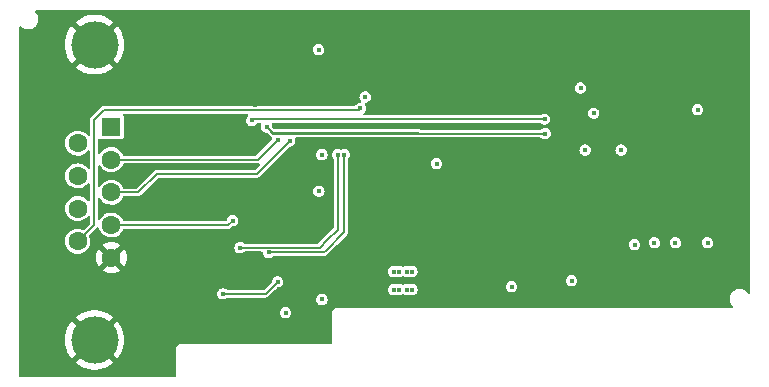
<source format=gbr>
%TF.GenerationSoftware,KiCad,Pcbnew,(6.0.4-0)*%
%TF.CreationDate,2022-03-21T10:12:57+01:00*%
%TF.ProjectId,IrDA_RS232,49724441-5f52-4533-9233-322e6b696361,rev?*%
%TF.SameCoordinates,Original*%
%TF.FileFunction,Copper,L4,Bot*%
%TF.FilePolarity,Positive*%
%FSLAX46Y46*%
G04 Gerber Fmt 4.6, Leading zero omitted, Abs format (unit mm)*
G04 Created by KiCad (PCBNEW (6.0.4-0)) date 2022-03-21 10:12:57*
%MOMM*%
%LPD*%
G01*
G04 APERTURE LIST*
%TA.AperFunction,ComponentPad*%
%ADD10C,4.000000*%
%TD*%
%TA.AperFunction,ComponentPad*%
%ADD11R,1.600000X1.600000*%
%TD*%
%TA.AperFunction,ComponentPad*%
%ADD12C,1.600000*%
%TD*%
%TA.AperFunction,ViaPad*%
%ADD13C,0.450000*%
%TD*%
%TA.AperFunction,Conductor*%
%ADD14C,0.127000*%
%TD*%
G04 APERTURE END LIST*
D10*
%TO.P,J1,0,PAD*%
%TO.N,GND*%
X24128931Y-46316400D03*
X24128931Y-71316400D03*
D11*
%TO.P,J1,1,1*%
%TO.N,/RS232_DCD*%
X25548931Y-53276400D03*
D12*
%TO.P,J1,2,2*%
%TO.N,/RS232_RXD*%
X25548931Y-56046400D03*
%TO.P,J1,3,3*%
%TO.N,/RS232_TXD*%
X25548931Y-58816400D03*
%TO.P,J1,4,4*%
%TO.N,/RS232_DTR*%
X25548931Y-61586400D03*
%TO.P,J1,5,5*%
%TO.N,GND*%
X25548931Y-64356400D03*
%TO.P,J1,6,6*%
%TO.N,/RS232_DSR*%
X22708931Y-54661400D03*
%TO.P,J1,7,7*%
%TO.N,/RS232_RTS*%
X22708931Y-57431400D03*
%TO.P,J1,8,8*%
%TO.N,/RS232_CTS*%
X22708931Y-60201400D03*
%TO.P,J1,9,9*%
%TO.N,/RS232_RING*%
X22708931Y-62971400D03*
%TD*%
D13*
%TO.N,GND*%
X31750000Y-56692800D03*
X31750000Y-55422800D03*
X31648400Y-52425600D03*
X72948800Y-61620400D03*
X69900800Y-61620400D03*
X68122800Y-56794400D03*
X70866000Y-50139600D03*
%TO.N,+5V*%
X66395600Y-52120800D03*
%TO.N,/RS232_RING*%
X46634400Y-51714400D03*
%TO.N,+5V*%
X47040800Y-50749200D03*
%TO.N,GND*%
X46939200Y-48361600D03*
X49428400Y-49784000D03*
X52120800Y-50596800D03*
%TO.N,+5V*%
X65278000Y-49987200D03*
%TO.N,/MCP_TX*%
X38709600Y-53289200D03*
X62280800Y-53848000D03*
%TO.N,/MCP_RX*%
X37439600Y-52730400D03*
X62230000Y-52628800D03*
%TO.N,+5V*%
X65661600Y-55247600D03*
X43383200Y-67894200D03*
X50546000Y-65532000D03*
X59436000Y-66802000D03*
X40309800Y-69011800D03*
X49911000Y-65532000D03*
X49453800Y-65532000D03*
X76039500Y-63085500D03*
X49911000Y-67056000D03*
X49453800Y-67056000D03*
X51003200Y-67056000D03*
X50546000Y-67056000D03*
X51003200Y-65532000D03*
X43129200Y-58724800D03*
X43103800Y-46736000D03*
X68709600Y-55247600D03*
X64516000Y-66294000D03*
X75184000Y-51816000D03*
X71534500Y-63085500D03*
X73312500Y-63085500D03*
X69850000Y-63246000D03*
X43383200Y-55626000D03*
X53086000Y-56388000D03*
%TO.N,GND*%
X52324000Y-52070000D03*
X46939200Y-67056000D03*
X42418000Y-55626000D03*
X56642000Y-51562000D03*
X70358000Y-56134000D03*
X46939200Y-65532000D03*
X35052000Y-49530000D03*
X45847000Y-65532000D03*
X47117000Y-59766200D03*
X75184000Y-50800000D03*
X66040000Y-59563000D03*
X46482000Y-65532000D03*
X54356000Y-66040000D03*
X45847000Y-67056000D03*
X46482000Y-67056000D03*
X35458400Y-58242200D03*
X59436000Y-66040000D03*
X35306000Y-46050200D03*
X65532000Y-56388000D03*
X77724000Y-53848000D03*
X45415200Y-67056000D03*
X42392600Y-67894200D03*
X45415200Y-65532000D03*
X71424500Y-61671500D03*
X37719000Y-51435000D03*
X47117000Y-57353200D03*
%TO.N,/RS232_RXD*%
X39624000Y-54356000D03*
%TO.N,/RS232_TXD*%
X40640000Y-54483000D03*
%TO.N,/RS232_DTR*%
X35814000Y-61214000D03*
%TO.N,/RS232_DSR*%
X39624000Y-66395600D03*
X35001200Y-67411600D03*
%TO.N,/MCP_DSR*%
X44704000Y-55626000D03*
X36449000Y-63500000D03*
%TO.N,/MCP_DTR*%
X45280503Y-55626000D03*
X38862000Y-63915000D03*
%TD*%
D14*
%TO.N,/MCP_TX*%
X62280800Y-53848000D02*
X39268400Y-53848000D01*
X39268400Y-53848000D02*
X38709600Y-53289200D01*
X45364400Y-53797200D02*
X51612800Y-53797200D01*
X38709600Y-53289200D02*
X39217600Y-53797200D01*
X39217600Y-53797200D02*
X45364400Y-53797200D01*
%TO.N,/RS232_RING*%
X46634400Y-51714400D02*
X46498789Y-51850011D01*
X24908789Y-51850011D02*
X24079200Y-52679600D01*
X46498789Y-51850011D02*
X24908789Y-51850011D01*
X24079200Y-61601131D02*
X22708931Y-62971400D01*
X24079200Y-52679600D02*
X24079200Y-61601131D01*
%TO.N,/MCP_RX*%
X37541200Y-52628800D02*
X37439600Y-52730400D01*
X62230000Y-52628800D02*
X37541200Y-52628800D01*
%TO.N,/RS232_RXD*%
X37933600Y-56046400D02*
X39624000Y-54356000D01*
X25548931Y-56046400D02*
X37933600Y-56046400D01*
%TO.N,/RS232_TXD*%
X37846000Y-57277000D02*
X40640000Y-54483000D01*
X25548931Y-58816400D02*
X27848400Y-58816400D01*
X27848400Y-58816400D02*
X29387800Y-57277000D01*
X29387800Y-57277000D02*
X37846000Y-57277000D01*
%TO.N,/RS232_DTR*%
X35441600Y-61586400D02*
X35814000Y-61214000D01*
X25548931Y-61586400D02*
X35441600Y-61586400D01*
%TO.N,/RS232_DSR*%
X38608000Y-67411600D02*
X39624000Y-66395600D01*
X35001200Y-67411600D02*
X38608000Y-67411600D01*
%TO.N,/MCP_DSR*%
X43180000Y-63500000D02*
X36449000Y-63500000D01*
X44704000Y-61976000D02*
X43815000Y-62865000D01*
X43815000Y-62865000D02*
X43180000Y-63500000D01*
X44704000Y-55626000D02*
X44704000Y-61976000D01*
%TO.N,/MCP_DTR*%
X43527000Y-63915000D02*
X38862000Y-63915000D01*
X45280503Y-55626000D02*
X45280503Y-62161497D01*
X43688000Y-63754000D02*
X43527000Y-63915000D01*
X45280503Y-62161497D02*
X43688000Y-63754000D01*
%TD*%
%TA.AperFunction,Conductor*%
%TO.N,GND*%
G36*
X79608621Y-43416502D02*
G01*
X79655114Y-43470158D01*
X79666500Y-43522500D01*
X79666500Y-67286850D01*
X79646498Y-67354971D01*
X79592842Y-67401464D01*
X79522568Y-67411568D01*
X79457988Y-67382074D01*
X79436040Y-67357306D01*
X79435759Y-67356890D01*
X79432576Y-67350852D01*
X79428174Y-67345643D01*
X79428172Y-67345640D01*
X79320513Y-67218243D01*
X79320509Y-67218239D01*
X79316106Y-67213029D01*
X79291862Y-67194493D01*
X79178179Y-67107575D01*
X79178175Y-67107572D01*
X79172758Y-67103431D01*
X79166578Y-67100549D01*
X79166576Y-67100548D01*
X79086399Y-67063161D01*
X79009220Y-67027172D01*
X78893718Y-67001354D01*
X78838165Y-66988936D01*
X78838159Y-66988935D01*
X78833121Y-66987809D01*
X78827594Y-66987500D01*
X78694923Y-66987500D01*
X78560611Y-67002091D01*
X78389591Y-67059645D01*
X78383741Y-67063160D01*
X78383739Y-67063161D01*
X78321517Y-67100548D01*
X78234920Y-67152581D01*
X78229960Y-67157272D01*
X78229958Y-67157273D01*
X78119379Y-67261843D01*
X78103813Y-67276563D01*
X78002388Y-67425805D01*
X77999855Y-67432139D01*
X77999853Y-67432142D01*
X77937911Y-67587008D01*
X77937910Y-67587013D01*
X77935377Y-67593345D01*
X77923602Y-67664474D01*
X77907551Y-67761432D01*
X77905906Y-67771367D01*
X77906263Y-67778184D01*
X77906263Y-67778188D01*
X77906831Y-67789017D01*
X77915349Y-67951564D01*
X77917162Y-67958144D01*
X77917162Y-67958147D01*
X77959363Y-68111351D01*
X77963268Y-68125530D01*
X78047424Y-68285148D01*
X78051826Y-68290357D01*
X78051828Y-68290360D01*
X78153078Y-68410172D01*
X78181770Y-68475113D01*
X78170797Y-68545256D01*
X78123644Y-68598333D01*
X78056840Y-68617500D01*
X44711982Y-68617500D01*
X44711213Y-68617498D01*
X44639489Y-68617060D01*
X44613790Y-68624404D01*
X44597036Y-68627980D01*
X44579472Y-68630495D01*
X44579468Y-68630496D01*
X44570588Y-68631768D01*
X44562420Y-68635482D01*
X44562419Y-68635482D01*
X44549601Y-68641310D01*
X44532077Y-68647758D01*
X44518531Y-68651629D01*
X44518527Y-68651631D01*
X44509905Y-68654095D01*
X44502318Y-68658882D01*
X44502316Y-68658883D01*
X44487309Y-68668352D01*
X44472228Y-68676490D01*
X44460573Y-68681789D01*
X44456070Y-68683836D01*
X44456069Y-68683837D01*
X44447902Y-68687550D01*
X44441104Y-68693407D01*
X44441103Y-68693408D01*
X44430437Y-68702599D01*
X44415426Y-68713707D01*
X44395924Y-68726012D01*
X44389983Y-68732739D01*
X44378237Y-68746039D01*
X44366044Y-68758084D01*
X44345803Y-68775525D01*
X44340919Y-68783060D01*
X44333262Y-68794873D01*
X44321971Y-68809748D01*
X44306709Y-68827029D01*
X44296423Y-68848938D01*
X44295356Y-68851211D01*
X44287033Y-68866195D01*
X44272499Y-68888618D01*
X44269928Y-68897216D01*
X44269926Y-68897220D01*
X44265891Y-68910713D01*
X44259229Y-68928158D01*
X44249432Y-68949025D01*
X44248051Y-68957896D01*
X44245322Y-68975423D01*
X44241539Y-68992142D01*
X44237104Y-69006972D01*
X44233883Y-69017741D01*
X44233828Y-69026717D01*
X44233828Y-69026718D01*
X44233688Y-69049661D01*
X44233661Y-69050314D01*
X44233500Y-69051346D01*
X44233500Y-69080018D01*
X44233498Y-69080786D01*
X44233060Y-69152511D01*
X44233421Y-69153773D01*
X44233500Y-69154940D01*
X44233500Y-71539500D01*
X44213498Y-71607621D01*
X44159842Y-71654114D01*
X44107500Y-71665500D01*
X31503982Y-71665500D01*
X31503213Y-71665498D01*
X31431489Y-71665060D01*
X31405790Y-71672404D01*
X31389036Y-71675980D01*
X31371472Y-71678495D01*
X31371468Y-71678496D01*
X31362588Y-71679768D01*
X31354420Y-71683482D01*
X31354419Y-71683482D01*
X31341601Y-71689310D01*
X31324077Y-71695758D01*
X31310531Y-71699629D01*
X31310527Y-71699631D01*
X31301905Y-71702095D01*
X31294318Y-71706882D01*
X31294316Y-71706883D01*
X31279309Y-71716352D01*
X31264228Y-71724490D01*
X31252573Y-71729789D01*
X31248070Y-71731836D01*
X31248069Y-71731837D01*
X31239902Y-71735550D01*
X31233104Y-71741407D01*
X31233103Y-71741408D01*
X31222437Y-71750599D01*
X31207426Y-71761707D01*
X31187924Y-71774012D01*
X31181983Y-71780739D01*
X31170237Y-71794039D01*
X31158044Y-71806084D01*
X31137803Y-71823525D01*
X31132919Y-71831060D01*
X31125262Y-71842873D01*
X31113971Y-71857748D01*
X31098709Y-71875029D01*
X31087356Y-71899211D01*
X31079033Y-71914195D01*
X31064499Y-71936618D01*
X31061928Y-71945216D01*
X31061926Y-71945220D01*
X31057891Y-71958713D01*
X31051229Y-71976158D01*
X31041432Y-71997025D01*
X31040051Y-72005896D01*
X31037322Y-72023423D01*
X31033539Y-72040141D01*
X31025883Y-72065741D01*
X31025828Y-72074717D01*
X31025828Y-72074718D01*
X31025688Y-72097661D01*
X31025661Y-72098314D01*
X31025500Y-72099346D01*
X31025500Y-72128018D01*
X31025498Y-72128786D01*
X31025060Y-72200511D01*
X31025421Y-72201773D01*
X31025500Y-72202940D01*
X31025500Y-74333500D01*
X31005498Y-74401621D01*
X30951842Y-74448114D01*
X30899500Y-74459500D01*
X17868500Y-74459500D01*
X17800379Y-74439498D01*
X17753886Y-74385842D01*
X17742500Y-74333500D01*
X17742500Y-73262387D01*
X22547652Y-73262387D01*
X22556479Y-73274005D01*
X22779212Y-73435830D01*
X22785892Y-73440070D01*
X23055503Y-73588290D01*
X23062638Y-73591647D01*
X23348701Y-73704908D01*
X23356227Y-73707353D01*
X23654210Y-73783862D01*
X23661981Y-73785345D01*
X23967209Y-73823903D01*
X23975100Y-73824400D01*
X24282762Y-73824400D01*
X24290653Y-73823903D01*
X24595881Y-73785345D01*
X24603652Y-73783862D01*
X24901635Y-73707353D01*
X24909161Y-73704908D01*
X25195224Y-73591647D01*
X25202359Y-73588290D01*
X25471970Y-73440070D01*
X25478650Y-73435830D01*
X25701754Y-73273736D01*
X25710177Y-73262813D01*
X25703273Y-73249952D01*
X24141743Y-71688422D01*
X24127799Y-71680808D01*
X24125966Y-71680939D01*
X24119351Y-71685190D01*
X22554265Y-73250276D01*
X22547652Y-73262387D01*
X17742500Y-73262387D01*
X17742500Y-71320358D01*
X21616221Y-71320358D01*
X21635538Y-71627394D01*
X21636531Y-71635255D01*
X21694177Y-71937446D01*
X21696148Y-71945123D01*
X21791215Y-72237709D01*
X21794130Y-72245072D01*
X21925120Y-72523441D01*
X21928932Y-72530374D01*
X22093782Y-72790136D01*
X22098426Y-72796529D01*
X22173428Y-72887190D01*
X22185945Y-72895645D01*
X22196683Y-72889438D01*
X23756909Y-71329212D01*
X23763287Y-71317532D01*
X24493339Y-71317532D01*
X24493470Y-71319365D01*
X24497721Y-71325980D01*
X26060076Y-72888335D01*
X26073338Y-72895577D01*
X26083443Y-72888388D01*
X26159436Y-72796529D01*
X26164080Y-72790136D01*
X26328930Y-72530374D01*
X26332742Y-72523441D01*
X26463732Y-72245072D01*
X26466647Y-72237709D01*
X26561714Y-71945123D01*
X26563685Y-71937446D01*
X26621331Y-71635255D01*
X26622324Y-71627394D01*
X26641641Y-71320358D01*
X26641641Y-71312442D01*
X26622324Y-71005406D01*
X26621331Y-70997545D01*
X26563685Y-70695354D01*
X26561714Y-70687677D01*
X26466647Y-70395091D01*
X26463732Y-70387728D01*
X26332742Y-70109359D01*
X26328930Y-70102426D01*
X26164080Y-69842664D01*
X26159436Y-69836271D01*
X26084434Y-69745610D01*
X26071917Y-69737155D01*
X26061179Y-69743362D01*
X24500953Y-71303588D01*
X24493339Y-71317532D01*
X23763287Y-71317532D01*
X23764523Y-71315268D01*
X23764392Y-71313435D01*
X23760141Y-71306820D01*
X22197786Y-69744465D01*
X22184524Y-69737223D01*
X22174419Y-69744412D01*
X22098426Y-69836271D01*
X22093782Y-69842664D01*
X21928932Y-70102426D01*
X21925120Y-70109359D01*
X21794130Y-70387728D01*
X21791215Y-70395091D01*
X21696148Y-70687677D01*
X21694177Y-70695354D01*
X21636531Y-70997545D01*
X21635538Y-71005406D01*
X21616221Y-71312442D01*
X21616221Y-71320358D01*
X17742500Y-71320358D01*
X17742500Y-69369987D01*
X22547685Y-69369987D01*
X22554589Y-69382848D01*
X24116119Y-70944378D01*
X24130063Y-70951992D01*
X24131896Y-70951861D01*
X24138511Y-70947610D01*
X25703597Y-69382524D01*
X25710210Y-69370413D01*
X25701383Y-69358795D01*
X25478650Y-69196970D01*
X25471970Y-69192730D01*
X25202359Y-69044510D01*
X25195224Y-69041153D01*
X25106140Y-69005882D01*
X39825405Y-69005882D01*
X39826569Y-69014784D01*
X39826569Y-69014787D01*
X39828354Y-69028433D01*
X39843214Y-69142073D01*
X39898532Y-69267792D01*
X39986911Y-69372932D01*
X40101247Y-69449040D01*
X40232349Y-69489999D01*
X40369676Y-69492516D01*
X40378909Y-69489999D01*
X40493527Y-69458751D01*
X40502191Y-69456389D01*
X40584014Y-69406149D01*
X40611591Y-69389217D01*
X40619239Y-69384521D01*
X40642525Y-69358795D01*
X40705384Y-69289350D01*
X40705385Y-69289349D01*
X40711412Y-69282690D01*
X40771299Y-69159083D01*
X40794086Y-69023636D01*
X40794231Y-69011800D01*
X40793384Y-69005882D01*
X40776032Y-68884723D01*
X40776032Y-68884721D01*
X40774759Y-68875836D01*
X40717910Y-68750803D01*
X40628253Y-68646751D01*
X40512996Y-68572044D01*
X40381403Y-68532690D01*
X40372427Y-68532635D01*
X40372426Y-68532635D01*
X40314880Y-68532284D01*
X40244055Y-68531851D01*
X40111992Y-68569595D01*
X40104405Y-68574382D01*
X40104403Y-68574383D01*
X40067768Y-68597498D01*
X39995831Y-68642887D01*
X39904909Y-68745836D01*
X39846536Y-68870166D01*
X39843663Y-68888618D01*
X39826786Y-68997009D01*
X39826786Y-68997013D01*
X39825405Y-69005882D01*
X25106140Y-69005882D01*
X24909161Y-68927892D01*
X24901635Y-68925447D01*
X24603652Y-68848938D01*
X24595881Y-68847455D01*
X24290653Y-68808897D01*
X24282762Y-68808400D01*
X23975100Y-68808400D01*
X23967209Y-68808897D01*
X23661981Y-68847455D01*
X23654210Y-68848938D01*
X23356227Y-68925447D01*
X23348701Y-68927892D01*
X23062638Y-69041153D01*
X23055503Y-69044510D01*
X22785892Y-69192730D01*
X22779212Y-69196970D01*
X22556108Y-69359064D01*
X22547685Y-69369987D01*
X17742500Y-69369987D01*
X17742500Y-67405682D01*
X34516805Y-67405682D01*
X34517969Y-67414584D01*
X34517969Y-67414587D01*
X34522845Y-67451873D01*
X34534614Y-67541873D01*
X34589932Y-67667592D01*
X34595710Y-67674465D01*
X34595710Y-67674466D01*
X34642747Y-67730423D01*
X34678311Y-67772732D01*
X34792647Y-67848840D01*
X34923749Y-67889799D01*
X35061076Y-67892316D01*
X35070309Y-67889799D01*
X35075873Y-67888282D01*
X42898805Y-67888282D01*
X42899969Y-67897184D01*
X42899969Y-67897187D01*
X42901754Y-67910833D01*
X42916614Y-68024473D01*
X42971932Y-68150192D01*
X42977710Y-68157065D01*
X42977710Y-68157066D01*
X43035573Y-68225903D01*
X43060311Y-68255332D01*
X43174647Y-68331440D01*
X43305749Y-68372399D01*
X43443076Y-68374916D01*
X43452309Y-68372399D01*
X43520563Y-68353791D01*
X43575591Y-68338789D01*
X43692639Y-68266921D01*
X43784812Y-68165090D01*
X43801052Y-68131572D01*
X43840785Y-68049562D01*
X43840785Y-68049561D01*
X43844699Y-68041483D01*
X43867486Y-67906036D01*
X43867631Y-67894200D01*
X43866784Y-67888282D01*
X43849432Y-67767123D01*
X43849432Y-67767121D01*
X43848159Y-67758236D01*
X43791310Y-67633203D01*
X43701653Y-67529151D01*
X43586396Y-67454444D01*
X43454803Y-67415090D01*
X43445827Y-67415035D01*
X43445826Y-67415035D01*
X43388280Y-67414684D01*
X43317455Y-67414251D01*
X43185392Y-67451995D01*
X43177805Y-67456782D01*
X43177803Y-67456783D01*
X43116564Y-67495422D01*
X43069231Y-67525287D01*
X42978309Y-67628236D01*
X42974495Y-67636359D01*
X42974494Y-67636361D01*
X42961295Y-67664474D01*
X42919936Y-67752566D01*
X42915947Y-67778188D01*
X42900186Y-67879409D01*
X42900186Y-67879413D01*
X42898805Y-67888282D01*
X35075873Y-67888282D01*
X35184927Y-67858551D01*
X35193591Y-67856189D01*
X35310639Y-67784321D01*
X35322658Y-67771043D01*
X35383200Y-67733963D01*
X35416071Y-67729600D01*
X38588608Y-67729600D01*
X38599590Y-67730079D01*
X38636143Y-67733277D01*
X38649866Y-67729600D01*
X38671581Y-67723782D01*
X38682310Y-67721404D01*
X38707579Y-67716948D01*
X38707584Y-67716946D01*
X38718440Y-67715032D01*
X38727987Y-67709519D01*
X38730953Y-67708440D01*
X38733814Y-67707106D01*
X38744466Y-67704252D01*
X38774520Y-67683208D01*
X38783790Y-67677303D01*
X38806011Y-67664474D01*
X38806015Y-67664471D01*
X38815560Y-67658960D01*
X38839143Y-67630855D01*
X38846569Y-67622751D01*
X39419238Y-67050082D01*
X48969405Y-67050082D01*
X48970569Y-67058984D01*
X48970569Y-67058987D01*
X48976004Y-67100548D01*
X48987214Y-67186273D01*
X49042532Y-67311992D01*
X49130911Y-67417132D01*
X49245247Y-67493240D01*
X49341430Y-67523290D01*
X49344559Y-67524267D01*
X49376349Y-67534199D01*
X49513676Y-67536716D01*
X49522909Y-67534199D01*
X49646191Y-67500589D01*
X49646752Y-67502645D01*
X49705300Y-67495422D01*
X49722446Y-67499488D01*
X49801759Y-67524267D01*
X49833549Y-67534199D01*
X49970876Y-67536716D01*
X49980109Y-67534199D01*
X50094727Y-67502951D01*
X50103391Y-67500589D01*
X50162217Y-67464470D01*
X50230733Y-67445872D01*
X50297964Y-67466958D01*
X50337447Y-67493240D01*
X50433630Y-67523290D01*
X50436759Y-67524267D01*
X50468549Y-67534199D01*
X50605876Y-67536716D01*
X50615109Y-67534199D01*
X50738391Y-67500589D01*
X50738952Y-67502645D01*
X50797500Y-67495422D01*
X50814646Y-67499488D01*
X50893959Y-67524267D01*
X50925749Y-67534199D01*
X51063076Y-67536716D01*
X51072309Y-67534199D01*
X51186927Y-67502951D01*
X51195591Y-67500589D01*
X51312639Y-67428721D01*
X51325027Y-67415035D01*
X51398784Y-67333550D01*
X51398785Y-67333549D01*
X51404812Y-67326890D01*
X51427359Y-67280354D01*
X51460785Y-67211362D01*
X51460785Y-67211361D01*
X51464699Y-67203283D01*
X51487486Y-67067836D01*
X51487631Y-67056000D01*
X51486784Y-67050082D01*
X51469432Y-66928923D01*
X51469432Y-66928921D01*
X51468159Y-66920036D01*
X51411801Y-66796082D01*
X58951605Y-66796082D01*
X58952769Y-66804984D01*
X58952769Y-66804987D01*
X58960509Y-66864177D01*
X58969414Y-66932273D01*
X59024732Y-67057992D01*
X59030510Y-67064865D01*
X59030510Y-67064866D01*
X59104242Y-67152581D01*
X59113111Y-67163132D01*
X59227447Y-67239240D01*
X59299795Y-67261843D01*
X59346911Y-67276563D01*
X59358549Y-67280199D01*
X59495876Y-67282716D01*
X59505109Y-67280199D01*
X59619727Y-67248951D01*
X59628391Y-67246589D01*
X59745439Y-67174721D01*
X59768662Y-67149065D01*
X59831584Y-67079550D01*
X59831585Y-67079549D01*
X59837612Y-67072890D01*
X59845459Y-67056695D01*
X59893585Y-66957362D01*
X59893585Y-66957361D01*
X59897499Y-66949283D01*
X59915455Y-66842551D01*
X59919479Y-66818633D01*
X59920286Y-66813836D01*
X59920431Y-66802000D01*
X59919584Y-66796082D01*
X59902232Y-66674923D01*
X59902232Y-66674921D01*
X59900959Y-66666036D01*
X59844110Y-66541003D01*
X59754453Y-66436951D01*
X59639196Y-66362244D01*
X59507603Y-66322890D01*
X59498627Y-66322835D01*
X59498626Y-66322835D01*
X59441080Y-66322484D01*
X59370255Y-66322051D01*
X59238192Y-66359795D01*
X59230605Y-66364582D01*
X59230603Y-66364583D01*
X59190824Y-66389682D01*
X59122031Y-66433087D01*
X59116088Y-66439816D01*
X59107657Y-66449362D01*
X59031109Y-66536036D01*
X59027295Y-66544159D01*
X59027294Y-66544161D01*
X59024101Y-66550962D01*
X58972736Y-66660366D01*
X58967974Y-66690951D01*
X58952986Y-66787209D01*
X58952986Y-66787213D01*
X58951605Y-66796082D01*
X51411801Y-66796082D01*
X51411310Y-66795003D01*
X51321653Y-66690951D01*
X51206396Y-66616244D01*
X51074803Y-66576890D01*
X51065827Y-66576835D01*
X51065826Y-66576835D01*
X51008280Y-66576484D01*
X50937455Y-66576051D01*
X50928824Y-66578518D01*
X50928822Y-66578518D01*
X50807895Y-66613079D01*
X50737170Y-66612647D01*
X50626208Y-66579463D01*
X50626205Y-66579463D01*
X50617603Y-66576890D01*
X50608627Y-66576835D01*
X50608626Y-66576835D01*
X50551080Y-66576484D01*
X50480255Y-66576051D01*
X50348192Y-66613795D01*
X50340602Y-66618584D01*
X50295853Y-66646818D01*
X50227568Y-66666252D01*
X50160085Y-66645988D01*
X50121727Y-66621125D01*
X50121725Y-66621124D01*
X50114196Y-66616244D01*
X49982603Y-66576890D01*
X49973627Y-66576835D01*
X49973626Y-66576835D01*
X49916080Y-66576484D01*
X49845255Y-66576051D01*
X49836624Y-66578518D01*
X49836622Y-66578518D01*
X49715695Y-66613079D01*
X49644970Y-66612647D01*
X49534008Y-66579463D01*
X49534005Y-66579463D01*
X49525403Y-66576890D01*
X49516427Y-66576835D01*
X49516426Y-66576835D01*
X49458880Y-66576484D01*
X49388055Y-66576051D01*
X49255992Y-66613795D01*
X49248405Y-66618582D01*
X49248403Y-66618583D01*
X49195055Y-66652243D01*
X49139831Y-66687087D01*
X49048909Y-66790036D01*
X49045095Y-66798159D01*
X49045094Y-66798161D01*
X49027568Y-66835491D01*
X48990536Y-66914366D01*
X48980827Y-66976724D01*
X48970786Y-67041209D01*
X48970786Y-67041213D01*
X48969405Y-67050082D01*
X39419238Y-67050082D01*
X39556774Y-66912546D01*
X39619086Y-66878520D01*
X39648177Y-66875662D01*
X39674898Y-66876152D01*
X39674902Y-66876151D01*
X39683876Y-66876316D01*
X39692539Y-66873954D01*
X39692541Y-66873954D01*
X39807727Y-66842551D01*
X39816391Y-66840189D01*
X39923024Y-66774716D01*
X39925791Y-66773017D01*
X39933439Y-66768321D01*
X39967003Y-66731240D01*
X40019584Y-66673150D01*
X40019585Y-66673149D01*
X40025612Y-66666490D01*
X40034447Y-66648256D01*
X40081585Y-66550962D01*
X40081585Y-66550961D01*
X40085499Y-66542883D01*
X40108286Y-66407436D01*
X40108431Y-66395600D01*
X40107584Y-66389682D01*
X40093033Y-66288082D01*
X64031605Y-66288082D01*
X64032769Y-66296984D01*
X64032769Y-66296987D01*
X64036493Y-66325463D01*
X64049414Y-66424273D01*
X64104732Y-66549992D01*
X64193111Y-66655132D01*
X64307447Y-66731240D01*
X64438549Y-66772199D01*
X64575876Y-66774716D01*
X64585109Y-66772199D01*
X64699727Y-66740951D01*
X64708391Y-66738589D01*
X64812081Y-66674923D01*
X64817791Y-66671417D01*
X64825439Y-66666721D01*
X64831463Y-66660066D01*
X64911584Y-66571550D01*
X64911585Y-66571549D01*
X64917612Y-66564890D01*
X64928275Y-66542883D01*
X64973585Y-66449362D01*
X64973585Y-66449361D01*
X64977499Y-66441283D01*
X65000286Y-66305836D01*
X65000431Y-66294000D01*
X64999584Y-66288082D01*
X64982232Y-66166923D01*
X64982232Y-66166921D01*
X64980959Y-66158036D01*
X64924110Y-66033003D01*
X64834453Y-65928951D01*
X64719196Y-65854244D01*
X64587603Y-65814890D01*
X64578627Y-65814835D01*
X64578626Y-65814835D01*
X64521080Y-65814484D01*
X64450255Y-65814051D01*
X64318192Y-65851795D01*
X64310605Y-65856582D01*
X64310603Y-65856583D01*
X64252677Y-65893132D01*
X64202031Y-65925087D01*
X64111109Y-66028036D01*
X64107295Y-66036159D01*
X64107294Y-66036161D01*
X64104939Y-66041177D01*
X64052736Y-66152366D01*
X64043027Y-66214724D01*
X64032986Y-66279209D01*
X64032986Y-66279213D01*
X64031605Y-66288082D01*
X40093033Y-66288082D01*
X40090232Y-66268523D01*
X40090232Y-66268521D01*
X40088959Y-66259636D01*
X40032110Y-66134603D01*
X39942453Y-66030551D01*
X39827196Y-65955844D01*
X39695603Y-65916490D01*
X39686627Y-65916435D01*
X39686626Y-65916435D01*
X39629080Y-65916084D01*
X39558255Y-65915651D01*
X39426192Y-65953395D01*
X39418605Y-65958182D01*
X39418603Y-65958183D01*
X39386173Y-65978645D01*
X39310031Y-66026687D01*
X39219109Y-66129636D01*
X39215295Y-66137759D01*
X39215294Y-66137761D01*
X39201603Y-66166923D01*
X39160736Y-66253966D01*
X39139605Y-66389682D01*
X39137591Y-66389368D01*
X39120182Y-66446077D01*
X39104122Y-66465758D01*
X38513185Y-67056695D01*
X38450873Y-67090721D01*
X38424090Y-67093600D01*
X35417947Y-67093600D01*
X35349826Y-67073598D01*
X35332724Y-67058738D01*
X35332276Y-67059252D01*
X35325514Y-67053353D01*
X35319653Y-67046551D01*
X35204396Y-66971844D01*
X35072803Y-66932490D01*
X35063827Y-66932435D01*
X35063826Y-66932435D01*
X35006280Y-66932084D01*
X34935455Y-66931651D01*
X34803392Y-66969395D01*
X34795805Y-66974182D01*
X34795803Y-66974183D01*
X34734050Y-67013146D01*
X34687231Y-67042687D01*
X34681288Y-67049416D01*
X34602251Y-67138908D01*
X34596309Y-67145636D01*
X34592495Y-67153759D01*
X34592494Y-67153761D01*
X34581411Y-67177368D01*
X34537936Y-67269966D01*
X34531393Y-67311992D01*
X34518186Y-67396809D01*
X34518186Y-67396813D01*
X34516805Y-67405682D01*
X17742500Y-67405682D01*
X17742500Y-65442462D01*
X24827424Y-65442462D01*
X24836720Y-65454477D01*
X24887925Y-65490331D01*
X24897420Y-65495814D01*
X25094878Y-65587890D01*
X25105170Y-65591636D01*
X25315619Y-65648025D01*
X25326412Y-65649928D01*
X25543456Y-65668917D01*
X25554406Y-65668917D01*
X25771450Y-65649928D01*
X25782243Y-65648025D01*
X25992692Y-65591636D01*
X26002984Y-65587890D01*
X26135532Y-65526082D01*
X48969405Y-65526082D01*
X48970569Y-65534984D01*
X48970569Y-65534987D01*
X48972354Y-65548633D01*
X48987214Y-65662273D01*
X49042532Y-65787992D01*
X49130911Y-65893132D01*
X49245247Y-65969240D01*
X49376349Y-66010199D01*
X49513676Y-66012716D01*
X49522909Y-66010199D01*
X49646191Y-65976589D01*
X49646752Y-65978645D01*
X49705300Y-65971422D01*
X49722445Y-65975488D01*
X49833549Y-66010199D01*
X49970876Y-66012716D01*
X49980109Y-66010199D01*
X50094727Y-65978951D01*
X50103391Y-65976589D01*
X50162217Y-65940470D01*
X50230733Y-65921872D01*
X50297964Y-65942958D01*
X50337447Y-65969240D01*
X50468549Y-66010199D01*
X50605876Y-66012716D01*
X50615109Y-66010199D01*
X50738391Y-65976589D01*
X50738952Y-65978645D01*
X50797500Y-65971422D01*
X50814645Y-65975488D01*
X50925749Y-66010199D01*
X51063076Y-66012716D01*
X51072309Y-66010199D01*
X51186927Y-65978951D01*
X51195591Y-65976589D01*
X51312639Y-65904721D01*
X51353911Y-65859125D01*
X51398784Y-65809550D01*
X51398785Y-65809549D01*
X51404812Y-65802890D01*
X51464699Y-65679283D01*
X51487486Y-65543836D01*
X51487631Y-65532000D01*
X51486784Y-65526082D01*
X51469432Y-65404923D01*
X51469432Y-65404921D01*
X51468159Y-65396036D01*
X51411310Y-65271003D01*
X51321653Y-65166951D01*
X51206396Y-65092244D01*
X51074803Y-65052890D01*
X51065827Y-65052835D01*
X51065826Y-65052835D01*
X51008280Y-65052484D01*
X50937455Y-65052051D01*
X50928824Y-65054518D01*
X50928822Y-65054518D01*
X50807895Y-65089079D01*
X50737170Y-65088647D01*
X50626208Y-65055463D01*
X50626205Y-65055463D01*
X50617603Y-65052890D01*
X50608627Y-65052835D01*
X50608626Y-65052835D01*
X50551080Y-65052484D01*
X50480255Y-65052051D01*
X50348192Y-65089795D01*
X50340602Y-65094584D01*
X50295853Y-65122818D01*
X50227568Y-65142252D01*
X50160085Y-65121988D01*
X50121727Y-65097125D01*
X50121725Y-65097124D01*
X50114196Y-65092244D01*
X49982603Y-65052890D01*
X49973627Y-65052835D01*
X49973626Y-65052835D01*
X49916080Y-65052484D01*
X49845255Y-65052051D01*
X49836624Y-65054518D01*
X49836622Y-65054518D01*
X49715695Y-65089079D01*
X49644970Y-65088647D01*
X49534008Y-65055463D01*
X49534005Y-65055463D01*
X49525403Y-65052890D01*
X49516427Y-65052835D01*
X49516426Y-65052835D01*
X49458880Y-65052484D01*
X49388055Y-65052051D01*
X49255992Y-65089795D01*
X49248405Y-65094582D01*
X49248403Y-65094583D01*
X49186650Y-65133546D01*
X49139831Y-65163087D01*
X49048909Y-65266036D01*
X48990536Y-65390366D01*
X48984370Y-65429966D01*
X48970786Y-65517209D01*
X48970786Y-65517213D01*
X48969405Y-65526082D01*
X26135532Y-65526082D01*
X26200442Y-65495814D01*
X26209937Y-65490331D01*
X26261979Y-65453891D01*
X26270355Y-65443412D01*
X26263287Y-65429966D01*
X25561743Y-64728422D01*
X25547799Y-64720808D01*
X25545966Y-64720939D01*
X25539351Y-64725190D01*
X24833854Y-65430687D01*
X24827424Y-65442462D01*
X17742500Y-65442462D01*
X17742500Y-64361875D01*
X24236414Y-64361875D01*
X24255403Y-64578919D01*
X24257306Y-64589712D01*
X24313695Y-64800161D01*
X24317441Y-64810453D01*
X24409517Y-65007911D01*
X24415000Y-65017406D01*
X24451440Y-65069448D01*
X24461919Y-65077824D01*
X24475365Y-65070756D01*
X25176909Y-64369212D01*
X25183287Y-64357532D01*
X25913339Y-64357532D01*
X25913470Y-64359365D01*
X25917721Y-64365980D01*
X26623218Y-65071477D01*
X26634993Y-65077907D01*
X26647008Y-65068611D01*
X26682862Y-65017406D01*
X26688345Y-65007911D01*
X26780421Y-64810453D01*
X26784167Y-64800161D01*
X26840556Y-64589712D01*
X26842459Y-64578919D01*
X26861448Y-64361875D01*
X26861448Y-64350925D01*
X26842459Y-64133881D01*
X26840556Y-64123088D01*
X26784167Y-63912639D01*
X26780421Y-63902347D01*
X26688345Y-63704889D01*
X26682862Y-63695394D01*
X26646422Y-63643352D01*
X26635943Y-63634976D01*
X26622497Y-63642044D01*
X25920953Y-64343588D01*
X25913339Y-64357532D01*
X25183287Y-64357532D01*
X25184523Y-64355268D01*
X25184392Y-64353435D01*
X25180141Y-64346820D01*
X24474644Y-63641323D01*
X24462869Y-63634893D01*
X24450854Y-63644189D01*
X24415000Y-63695394D01*
X24409517Y-63704889D01*
X24317441Y-63902347D01*
X24313695Y-63912639D01*
X24257306Y-64123088D01*
X24255403Y-64133881D01*
X24236414Y-64350925D01*
X24236414Y-64361875D01*
X17742500Y-64361875D01*
X17742500Y-62956606D01*
X21649432Y-62956606D01*
X21650674Y-62971400D01*
X21664409Y-63134951D01*
X21666737Y-63162678D01*
X21723738Y-63361466D01*
X21726556Y-63366948D01*
X21726557Y-63366952D01*
X21815445Y-63539909D01*
X21815448Y-63539913D01*
X21818265Y-63545395D01*
X21946717Y-63707461D01*
X21951410Y-63711455D01*
X21951411Y-63711456D01*
X22081727Y-63822363D01*
X22104202Y-63841491D01*
X22284720Y-63942380D01*
X22481397Y-64006284D01*
X22686740Y-64030770D01*
X22692875Y-64030298D01*
X22692877Y-64030298D01*
X22886787Y-64015377D01*
X22886791Y-64015376D01*
X22892929Y-64014904D01*
X23092109Y-63959292D01*
X23097613Y-63956512D01*
X23097615Y-63956511D01*
X23271193Y-63868831D01*
X23271195Y-63868830D01*
X23276694Y-63866052D01*
X23439653Y-63738734D01*
X23443679Y-63734070D01*
X23443682Y-63734067D01*
X23570750Y-63586857D01*
X23570751Y-63586855D01*
X23574779Y-63582189D01*
X23629872Y-63485209D01*
X23673881Y-63407740D01*
X23673883Y-63407736D01*
X23676926Y-63402379D01*
X23721166Y-63269388D01*
X24827507Y-63269388D01*
X24834575Y-63282834D01*
X25536119Y-63984378D01*
X25550063Y-63991992D01*
X25551896Y-63991861D01*
X25558511Y-63987610D01*
X26052039Y-63494082D01*
X35964605Y-63494082D01*
X35965769Y-63502984D01*
X35965769Y-63502987D01*
X35971315Y-63545395D01*
X35982414Y-63630273D01*
X36037732Y-63755992D01*
X36043510Y-63762865D01*
X36043510Y-63762866D01*
X36106668Y-63838002D01*
X36126111Y-63861132D01*
X36133588Y-63866109D01*
X36226060Y-63927663D01*
X36240447Y-63937240D01*
X36371549Y-63978199D01*
X36508876Y-63980716D01*
X36518109Y-63978199D01*
X36632727Y-63946951D01*
X36641391Y-63944589D01*
X36758439Y-63872721D01*
X36770458Y-63859443D01*
X36831000Y-63822363D01*
X36863871Y-63818000D01*
X38255099Y-63818000D01*
X38323220Y-63838002D01*
X38369713Y-63891658D01*
X38380035Y-63927661D01*
X38395414Y-64045273D01*
X38450732Y-64170992D01*
X38456510Y-64177865D01*
X38456510Y-64177866D01*
X38503547Y-64233823D01*
X38539111Y-64276132D01*
X38546588Y-64281109D01*
X38645305Y-64346820D01*
X38653447Y-64352240D01*
X38784549Y-64393199D01*
X38921876Y-64395716D01*
X38931109Y-64393199D01*
X38988133Y-64377653D01*
X39054391Y-64359589D01*
X39171439Y-64287721D01*
X39183458Y-64274443D01*
X39244000Y-64237363D01*
X39276871Y-64233000D01*
X43507608Y-64233000D01*
X43518590Y-64233479D01*
X43555143Y-64236677D01*
X43568866Y-64233000D01*
X43590581Y-64227182D01*
X43601310Y-64224804D01*
X43626579Y-64220348D01*
X43626584Y-64220346D01*
X43637440Y-64218432D01*
X43646987Y-64212919D01*
X43649953Y-64211840D01*
X43652814Y-64210506D01*
X43663466Y-64207652D01*
X43693520Y-64186608D01*
X43702790Y-64180703D01*
X43725011Y-64167874D01*
X43725015Y-64167871D01*
X43734560Y-64162360D01*
X43758143Y-64134255D01*
X43765569Y-64126151D01*
X44651638Y-63240082D01*
X69365605Y-63240082D01*
X69366769Y-63248984D01*
X69366769Y-63248987D01*
X69367990Y-63258323D01*
X69383414Y-63376273D01*
X69438732Y-63501992D01*
X69444510Y-63508865D01*
X69444510Y-63508866D01*
X69488352Y-63561022D01*
X69527111Y-63607132D01*
X69641447Y-63683240D01*
X69772549Y-63724199D01*
X69909876Y-63726716D01*
X69919109Y-63724199D01*
X70033727Y-63692951D01*
X70042391Y-63690589D01*
X70159439Y-63618721D01*
X70197359Y-63576828D01*
X70245584Y-63523550D01*
X70245585Y-63523549D01*
X70251612Y-63516890D01*
X70262663Y-63494082D01*
X70307585Y-63401362D01*
X70307585Y-63401361D01*
X70311499Y-63393283D01*
X70334286Y-63257836D01*
X70334431Y-63246000D01*
X70333696Y-63240862D01*
X70316232Y-63118923D01*
X70316232Y-63118921D01*
X70314959Y-63110036D01*
X70301112Y-63079582D01*
X71050105Y-63079582D01*
X71051269Y-63088484D01*
X71051269Y-63088487D01*
X71053054Y-63102133D01*
X71067914Y-63215773D01*
X71123232Y-63341492D01*
X71129010Y-63348365D01*
X71129010Y-63348366D01*
X71178919Y-63407740D01*
X71211611Y-63446632D01*
X71219088Y-63451609D01*
X71294778Y-63501992D01*
X71325947Y-63522740D01*
X71457049Y-63563699D01*
X71594376Y-63566216D01*
X71603609Y-63563699D01*
X71718227Y-63532451D01*
X71726891Y-63530089D01*
X71843939Y-63458221D01*
X71894485Y-63402379D01*
X71930084Y-63363050D01*
X71930085Y-63363049D01*
X71936112Y-63356390D01*
X71987236Y-63250871D01*
X71992085Y-63240862D01*
X71992085Y-63240861D01*
X71995999Y-63232783D01*
X72018786Y-63097336D01*
X72018931Y-63085500D01*
X72018084Y-63079582D01*
X72828105Y-63079582D01*
X72829269Y-63088484D01*
X72829269Y-63088487D01*
X72831054Y-63102133D01*
X72845914Y-63215773D01*
X72901232Y-63341492D01*
X72907010Y-63348365D01*
X72907010Y-63348366D01*
X72956919Y-63407740D01*
X72989611Y-63446632D01*
X72997088Y-63451609D01*
X73072778Y-63501992D01*
X73103947Y-63522740D01*
X73235049Y-63563699D01*
X73372376Y-63566216D01*
X73381609Y-63563699D01*
X73496227Y-63532451D01*
X73504891Y-63530089D01*
X73621939Y-63458221D01*
X73672485Y-63402379D01*
X73708084Y-63363050D01*
X73708085Y-63363049D01*
X73714112Y-63356390D01*
X73765236Y-63250871D01*
X73770085Y-63240862D01*
X73770085Y-63240861D01*
X73773999Y-63232783D01*
X73796786Y-63097336D01*
X73796931Y-63085500D01*
X73796084Y-63079582D01*
X75555105Y-63079582D01*
X75556269Y-63088484D01*
X75556269Y-63088487D01*
X75558054Y-63102133D01*
X75572914Y-63215773D01*
X75628232Y-63341492D01*
X75634010Y-63348365D01*
X75634010Y-63348366D01*
X75683919Y-63407740D01*
X75716611Y-63446632D01*
X75724088Y-63451609D01*
X75799778Y-63501992D01*
X75830947Y-63522740D01*
X75962049Y-63563699D01*
X76099376Y-63566216D01*
X76108609Y-63563699D01*
X76223227Y-63532451D01*
X76231891Y-63530089D01*
X76348939Y-63458221D01*
X76399485Y-63402379D01*
X76435084Y-63363050D01*
X76435085Y-63363049D01*
X76441112Y-63356390D01*
X76492236Y-63250871D01*
X76497085Y-63240862D01*
X76497085Y-63240861D01*
X76500999Y-63232783D01*
X76523786Y-63097336D01*
X76523931Y-63085500D01*
X76523084Y-63079582D01*
X76505732Y-62958423D01*
X76505732Y-62958421D01*
X76504459Y-62949536D01*
X76447610Y-62824503D01*
X76357953Y-62720451D01*
X76242696Y-62645744D01*
X76111103Y-62606390D01*
X76102127Y-62606335D01*
X76102126Y-62606335D01*
X76044580Y-62605984D01*
X75973755Y-62605551D01*
X75841692Y-62643295D01*
X75834105Y-62648082D01*
X75834103Y-62648083D01*
X75772350Y-62687046D01*
X75725531Y-62716587D01*
X75719588Y-62723316D01*
X75689648Y-62757217D01*
X75634609Y-62819536D01*
X75630795Y-62827659D01*
X75630794Y-62827661D01*
X75602636Y-62887636D01*
X75576236Y-62943866D01*
X75569831Y-62985003D01*
X75556486Y-63070709D01*
X75556486Y-63070713D01*
X75555105Y-63079582D01*
X73796084Y-63079582D01*
X73778732Y-62958423D01*
X73778732Y-62958421D01*
X73777459Y-62949536D01*
X73720610Y-62824503D01*
X73630953Y-62720451D01*
X73515696Y-62645744D01*
X73384103Y-62606390D01*
X73375127Y-62606335D01*
X73375126Y-62606335D01*
X73317580Y-62605984D01*
X73246755Y-62605551D01*
X73114692Y-62643295D01*
X73107105Y-62648082D01*
X73107103Y-62648083D01*
X73045350Y-62687046D01*
X72998531Y-62716587D01*
X72992588Y-62723316D01*
X72962648Y-62757217D01*
X72907609Y-62819536D01*
X72903795Y-62827659D01*
X72903794Y-62827661D01*
X72875636Y-62887636D01*
X72849236Y-62943866D01*
X72842831Y-62985003D01*
X72829486Y-63070709D01*
X72829486Y-63070713D01*
X72828105Y-63079582D01*
X72018084Y-63079582D01*
X72000732Y-62958423D01*
X72000732Y-62958421D01*
X71999459Y-62949536D01*
X71942610Y-62824503D01*
X71852953Y-62720451D01*
X71737696Y-62645744D01*
X71606103Y-62606390D01*
X71597127Y-62606335D01*
X71597126Y-62606335D01*
X71539580Y-62605984D01*
X71468755Y-62605551D01*
X71336692Y-62643295D01*
X71329105Y-62648082D01*
X71329103Y-62648083D01*
X71267350Y-62687046D01*
X71220531Y-62716587D01*
X71214588Y-62723316D01*
X71184648Y-62757217D01*
X71129609Y-62819536D01*
X71125795Y-62827659D01*
X71125794Y-62827661D01*
X71097636Y-62887636D01*
X71071236Y-62943866D01*
X71064831Y-62985003D01*
X71051486Y-63070709D01*
X71051486Y-63070713D01*
X71050105Y-63079582D01*
X70301112Y-63079582D01*
X70258110Y-62985003D01*
X70168453Y-62880951D01*
X70053196Y-62806244D01*
X69921603Y-62766890D01*
X69912627Y-62766835D01*
X69912626Y-62766835D01*
X69855080Y-62766484D01*
X69784255Y-62766051D01*
X69652192Y-62803795D01*
X69644605Y-62808582D01*
X69644603Y-62808583D01*
X69606417Y-62832677D01*
X69536031Y-62877087D01*
X69445109Y-62980036D01*
X69386736Y-63104366D01*
X69378613Y-63156536D01*
X69366986Y-63231209D01*
X69366986Y-63231213D01*
X69365605Y-63240082D01*
X44651638Y-63240082D01*
X45491654Y-62400066D01*
X45499758Y-62392640D01*
X45519416Y-62376145D01*
X45527863Y-62369057D01*
X45533374Y-62359512D01*
X45533377Y-62359508D01*
X45546210Y-62337279D01*
X45552110Y-62328018D01*
X45573154Y-62297963D01*
X45576007Y-62287318D01*
X45577346Y-62284446D01*
X45578426Y-62281480D01*
X45583935Y-62271937D01*
X45585848Y-62261088D01*
X45585851Y-62261080D01*
X45590308Y-62235803D01*
X45592686Y-62225075D01*
X45599326Y-62200292D01*
X45599326Y-62200291D01*
X45602180Y-62189640D01*
X45598982Y-62153087D01*
X45598503Y-62142105D01*
X45598503Y-56382082D01*
X52601605Y-56382082D01*
X52602769Y-56390984D01*
X52602769Y-56390987D01*
X52610510Y-56450178D01*
X52619414Y-56518273D01*
X52674732Y-56643992D01*
X52680510Y-56650865D01*
X52680510Y-56650866D01*
X52757331Y-56742256D01*
X52763111Y-56749132D01*
X52770588Y-56754109D01*
X52853151Y-56809067D01*
X52877447Y-56825240D01*
X53008549Y-56866199D01*
X53145876Y-56868716D01*
X53155109Y-56866199D01*
X53269727Y-56834951D01*
X53278391Y-56832589D01*
X53395439Y-56760721D01*
X53451077Y-56699253D01*
X53481584Y-56665550D01*
X53481585Y-56665549D01*
X53487612Y-56658890D01*
X53500041Y-56633238D01*
X53543585Y-56543362D01*
X53543585Y-56543361D01*
X53547499Y-56535283D01*
X53570286Y-56399836D01*
X53570431Y-56388000D01*
X53569584Y-56382082D01*
X53552232Y-56260923D01*
X53552232Y-56260921D01*
X53550959Y-56252036D01*
X53494110Y-56127003D01*
X53404453Y-56022951D01*
X53289196Y-55948244D01*
X53157603Y-55908890D01*
X53148627Y-55908835D01*
X53148626Y-55908835D01*
X53091080Y-55908484D01*
X53020255Y-55908051D01*
X52888192Y-55945795D01*
X52880605Y-55950582D01*
X52880603Y-55950583D01*
X52822677Y-55987132D01*
X52772031Y-56019087D01*
X52766088Y-56025816D01*
X52755487Y-56037819D01*
X52681109Y-56122036D01*
X52622736Y-56246366D01*
X52620389Y-56261441D01*
X52602986Y-56373209D01*
X52602986Y-56373213D01*
X52601605Y-56382082D01*
X45598503Y-56382082D01*
X45598503Y-56037819D01*
X45618505Y-55969698D01*
X45631088Y-55953264D01*
X45676087Y-55903550D01*
X45676088Y-55903549D01*
X45682115Y-55896890D01*
X45716415Y-55826096D01*
X45738088Y-55781362D01*
X45738088Y-55781361D01*
X45742002Y-55773283D01*
X45764789Y-55637836D01*
X45764934Y-55626000D01*
X45764087Y-55620082D01*
X45746735Y-55498923D01*
X45746735Y-55498921D01*
X45745462Y-55490036D01*
X45688613Y-55365003D01*
X45598956Y-55260951D01*
X45569228Y-55241682D01*
X65177205Y-55241682D01*
X65178369Y-55250584D01*
X65178369Y-55250587D01*
X65181456Y-55274194D01*
X65195014Y-55377873D01*
X65215340Y-55424067D01*
X65233557Y-55465467D01*
X65250332Y-55503592D01*
X65338711Y-55608732D01*
X65453047Y-55684840D01*
X65528452Y-55708398D01*
X65565719Y-55720041D01*
X65584149Y-55725799D01*
X65721476Y-55728316D01*
X65730709Y-55725799D01*
X65845327Y-55694551D01*
X65853991Y-55692189D01*
X65971039Y-55620321D01*
X66014376Y-55572443D01*
X66057184Y-55525150D01*
X66057185Y-55525149D01*
X66063212Y-55518490D01*
X66075450Y-55493232D01*
X66119185Y-55402962D01*
X66119185Y-55402961D01*
X66123099Y-55394883D01*
X66143426Y-55274059D01*
X66145079Y-55264233D01*
X66145886Y-55259436D01*
X66146031Y-55247600D01*
X66145184Y-55241682D01*
X68225205Y-55241682D01*
X68226369Y-55250584D01*
X68226369Y-55250587D01*
X68229456Y-55274194D01*
X68243014Y-55377873D01*
X68263340Y-55424067D01*
X68281557Y-55465467D01*
X68298332Y-55503592D01*
X68386711Y-55608732D01*
X68501047Y-55684840D01*
X68576452Y-55708398D01*
X68613719Y-55720041D01*
X68632149Y-55725799D01*
X68769476Y-55728316D01*
X68778709Y-55725799D01*
X68893327Y-55694551D01*
X68901991Y-55692189D01*
X69019039Y-55620321D01*
X69062376Y-55572443D01*
X69105184Y-55525150D01*
X69105185Y-55525149D01*
X69111212Y-55518490D01*
X69123450Y-55493232D01*
X69167185Y-55402962D01*
X69167185Y-55402961D01*
X69171099Y-55394883D01*
X69191426Y-55274059D01*
X69193079Y-55264233D01*
X69193886Y-55259436D01*
X69194031Y-55247600D01*
X69193184Y-55241682D01*
X69175832Y-55120523D01*
X69175832Y-55120521D01*
X69174559Y-55111636D01*
X69117710Y-54986603D01*
X69028053Y-54882551D01*
X68912796Y-54807844D01*
X68781203Y-54768490D01*
X68772227Y-54768435D01*
X68772226Y-54768435D01*
X68714680Y-54768084D01*
X68643855Y-54767651D01*
X68511792Y-54805395D01*
X68504205Y-54810182D01*
X68504203Y-54810183D01*
X68464744Y-54835080D01*
X68395631Y-54878687D01*
X68304709Y-54981636D01*
X68300895Y-54989759D01*
X68300894Y-54989761D01*
X68291269Y-55010262D01*
X68246336Y-55105966D01*
X68240095Y-55146051D01*
X68226586Y-55232809D01*
X68226586Y-55232813D01*
X68225205Y-55241682D01*
X66145184Y-55241682D01*
X66127832Y-55120523D01*
X66127832Y-55120521D01*
X66126559Y-55111636D01*
X66069710Y-54986603D01*
X65980053Y-54882551D01*
X65864796Y-54807844D01*
X65733203Y-54768490D01*
X65724227Y-54768435D01*
X65724226Y-54768435D01*
X65666680Y-54768084D01*
X65595855Y-54767651D01*
X65463792Y-54805395D01*
X65456205Y-54810182D01*
X65456203Y-54810183D01*
X65416744Y-54835080D01*
X65347631Y-54878687D01*
X65256709Y-54981636D01*
X65252895Y-54989759D01*
X65252894Y-54989761D01*
X65243269Y-55010262D01*
X65198336Y-55105966D01*
X65192095Y-55146051D01*
X65178586Y-55232809D01*
X65178586Y-55232813D01*
X65177205Y-55241682D01*
X45569228Y-55241682D01*
X45483699Y-55186244D01*
X45352106Y-55146890D01*
X45343130Y-55146835D01*
X45343129Y-55146835D01*
X45285583Y-55146484D01*
X45214758Y-55146051D01*
X45082695Y-55183795D01*
X45075104Y-55188585D01*
X45075103Y-55188585D01*
X45059996Y-55198116D01*
X44991710Y-55217549D01*
X44924230Y-55197285D01*
X44914726Y-55191125D01*
X44907196Y-55186244D01*
X44775603Y-55146890D01*
X44766627Y-55146835D01*
X44766626Y-55146835D01*
X44709080Y-55146484D01*
X44638255Y-55146051D01*
X44506192Y-55183795D01*
X44498605Y-55188582D01*
X44498603Y-55188583D01*
X44452695Y-55217549D01*
X44390031Y-55257087D01*
X44384088Y-55263816D01*
X44364951Y-55285484D01*
X44299109Y-55360036D01*
X44295295Y-55368159D01*
X44295294Y-55368161D01*
X44286904Y-55386032D01*
X44240736Y-55484366D01*
X44235423Y-55518490D01*
X44220986Y-55611209D01*
X44220986Y-55611213D01*
X44219605Y-55620082D01*
X44220769Y-55628984D01*
X44220769Y-55628987D01*
X44228073Y-55684840D01*
X44237414Y-55756273D01*
X44292732Y-55881992D01*
X44350389Y-55950583D01*
X44356451Y-55957795D01*
X44384972Y-56022810D01*
X44386000Y-56038870D01*
X44386000Y-61792090D01*
X44365998Y-61860211D01*
X44349095Y-61881185D01*
X43085185Y-63145095D01*
X43022873Y-63179121D01*
X42996090Y-63182000D01*
X36865747Y-63182000D01*
X36797626Y-63161998D01*
X36780524Y-63147138D01*
X36780076Y-63147652D01*
X36773314Y-63141753D01*
X36767453Y-63134951D01*
X36652196Y-63060244D01*
X36520603Y-63020890D01*
X36511627Y-63020835D01*
X36511626Y-63020835D01*
X36454080Y-63020484D01*
X36383255Y-63020051D01*
X36251192Y-63057795D01*
X36243605Y-63062582D01*
X36243603Y-63062583D01*
X36190255Y-63096243D01*
X36135031Y-63131087D01*
X36044109Y-63234036D01*
X36040295Y-63242159D01*
X36040294Y-63242161D01*
X36027511Y-63269388D01*
X35985736Y-63358366D01*
X35976027Y-63420724D01*
X35965986Y-63485209D01*
X35965986Y-63485213D01*
X35964605Y-63494082D01*
X26052039Y-63494082D01*
X26264008Y-63282113D01*
X26270438Y-63270338D01*
X26261142Y-63258323D01*
X26209937Y-63222469D01*
X26200442Y-63216986D01*
X26002984Y-63124910D01*
X25992692Y-63121164D01*
X25782243Y-63064775D01*
X25771450Y-63062872D01*
X25554406Y-63043883D01*
X25543456Y-63043883D01*
X25326412Y-63062872D01*
X25315619Y-63064775D01*
X25105170Y-63121164D01*
X25094878Y-63124910D01*
X24897420Y-63216986D01*
X24887925Y-63222469D01*
X24835883Y-63258909D01*
X24827507Y-63269388D01*
X23721166Y-63269388D01*
X23726626Y-63252973D01*
X23740256Y-63212001D01*
X23740257Y-63211998D01*
X23742201Y-63206153D01*
X23768120Y-63000986D01*
X23768533Y-62971400D01*
X23748353Y-62765589D01*
X23688582Y-62567617D01*
X23685689Y-62562177D01*
X23683340Y-62556476D01*
X23686192Y-62555301D01*
X23674174Y-62498905D01*
X23699267Y-62432490D01*
X23710719Y-62419332D01*
X24290351Y-61839700D01*
X24298455Y-61832274D01*
X24326560Y-61808691D01*
X24328371Y-61810849D01*
X24373617Y-61780742D01*
X24444605Y-61779611D01*
X24504935Y-61817038D01*
X24532156Y-61866327D01*
X24551075Y-61932303D01*
X24563738Y-61976466D01*
X24566556Y-61981948D01*
X24566557Y-61981952D01*
X24655445Y-62154909D01*
X24655448Y-62154913D01*
X24658265Y-62160395D01*
X24786717Y-62322461D01*
X24791410Y-62326455D01*
X24791411Y-62326456D01*
X24849796Y-62376145D01*
X24944202Y-62456491D01*
X25124720Y-62557380D01*
X25321397Y-62621284D01*
X25526740Y-62645770D01*
X25532875Y-62645298D01*
X25532877Y-62645298D01*
X25726787Y-62630377D01*
X25726791Y-62630376D01*
X25732929Y-62629904D01*
X25932109Y-62574292D01*
X25937613Y-62571512D01*
X25937615Y-62571511D01*
X26111193Y-62483831D01*
X26111195Y-62483830D01*
X26116694Y-62481052D01*
X26279653Y-62353734D01*
X26283679Y-62349070D01*
X26283682Y-62349067D01*
X26410750Y-62201857D01*
X26410751Y-62201855D01*
X26414779Y-62197189D01*
X26516926Y-62017379D01*
X26525825Y-61990628D01*
X26566307Y-61932303D01*
X26631895Y-61905124D01*
X26645383Y-61904400D01*
X35422208Y-61904400D01*
X35433190Y-61904879D01*
X35469743Y-61908077D01*
X35483466Y-61904400D01*
X35505181Y-61898582D01*
X35515910Y-61896204D01*
X35541179Y-61891748D01*
X35541184Y-61891746D01*
X35552040Y-61889832D01*
X35561587Y-61884319D01*
X35564553Y-61883240D01*
X35567414Y-61881906D01*
X35578066Y-61879052D01*
X35608120Y-61858008D01*
X35617390Y-61852103D01*
X35639611Y-61839274D01*
X35639615Y-61839271D01*
X35649160Y-61833760D01*
X35663192Y-61817038D01*
X35672743Y-61805655D01*
X35680169Y-61797551D01*
X35746774Y-61730946D01*
X35809086Y-61696920D01*
X35838177Y-61694062D01*
X35864898Y-61694552D01*
X35864902Y-61694551D01*
X35873876Y-61694716D01*
X35882539Y-61692354D01*
X35882541Y-61692354D01*
X35997727Y-61660951D01*
X36006391Y-61658589D01*
X36123439Y-61586721D01*
X36129463Y-61580066D01*
X36209584Y-61491550D01*
X36209585Y-61491549D01*
X36215612Y-61484890D01*
X36248398Y-61417221D01*
X36271585Y-61369362D01*
X36271585Y-61369361D01*
X36275499Y-61361283D01*
X36298286Y-61225836D01*
X36298431Y-61214000D01*
X36297584Y-61208082D01*
X36280232Y-61086923D01*
X36280232Y-61086921D01*
X36278959Y-61078036D01*
X36271843Y-61062384D01*
X36244243Y-61001683D01*
X36222110Y-60953003D01*
X36132453Y-60848951D01*
X36017196Y-60774244D01*
X35885603Y-60734890D01*
X35876627Y-60734835D01*
X35876626Y-60734835D01*
X35819080Y-60734484D01*
X35748255Y-60734051D01*
X35616192Y-60771795D01*
X35608605Y-60776582D01*
X35608603Y-60776583D01*
X35602828Y-60780227D01*
X35500031Y-60845087D01*
X35409109Y-60948036D01*
X35405295Y-60956159D01*
X35405294Y-60956161D01*
X35384700Y-61000025D01*
X35350736Y-61072366D01*
X35349356Y-61081230D01*
X35349355Y-61081233D01*
X35336813Y-61161785D01*
X35306568Y-61226018D01*
X35246399Y-61263702D01*
X35212313Y-61268400D01*
X26647638Y-61268400D01*
X26579517Y-61248398D01*
X26531146Y-61190416D01*
X26530363Y-61188517D01*
X26528582Y-61182617D01*
X26521330Y-61168978D01*
X26434390Y-61005467D01*
X26434388Y-61005464D01*
X26431496Y-61000025D01*
X26427605Y-60995255D01*
X26427603Y-60995251D01*
X26304689Y-60844543D01*
X26304686Y-60844540D01*
X26300794Y-60839768D01*
X26293897Y-60834062D01*
X26146202Y-60711878D01*
X26146197Y-60711875D01*
X26141453Y-60707950D01*
X26136034Y-60705020D01*
X26136031Y-60705018D01*
X25964963Y-60612522D01*
X25964958Y-60612520D01*
X25959543Y-60609592D01*
X25761994Y-60548440D01*
X25755869Y-60547796D01*
X25755868Y-60547796D01*
X25562457Y-60527468D01*
X25562455Y-60527468D01*
X25556328Y-60526824D01*
X25430160Y-60538306D01*
X25356522Y-60545007D01*
X25356521Y-60545007D01*
X25350381Y-60545566D01*
X25151997Y-60603954D01*
X25146532Y-60606811D01*
X24974192Y-60696908D01*
X24974188Y-60696911D01*
X24968732Y-60699763D01*
X24807566Y-60829343D01*
X24674639Y-60987760D01*
X24633613Y-61062386D01*
X24583269Y-61112443D01*
X24513852Y-61127336D01*
X24447403Y-61102335D01*
X24405019Y-61045378D01*
X24397200Y-61001683D01*
X24397200Y-59403238D01*
X24417202Y-59335117D01*
X24470858Y-59288624D01*
X24541132Y-59278520D01*
X24605712Y-59308014D01*
X24635265Y-59345641D01*
X24658265Y-59390395D01*
X24786717Y-59552461D01*
X24791410Y-59556455D01*
X24791411Y-59556456D01*
X24860230Y-59615025D01*
X24944202Y-59686491D01*
X25124720Y-59787380D01*
X25321397Y-59851284D01*
X25526740Y-59875770D01*
X25532875Y-59875298D01*
X25532877Y-59875298D01*
X25726787Y-59860377D01*
X25726791Y-59860376D01*
X25732929Y-59859904D01*
X25932109Y-59804292D01*
X25937613Y-59801512D01*
X25937615Y-59801511D01*
X26111193Y-59713831D01*
X26111195Y-59713830D01*
X26116694Y-59711052D01*
X26279653Y-59583734D01*
X26283679Y-59579070D01*
X26283682Y-59579067D01*
X26410750Y-59431857D01*
X26410751Y-59431855D01*
X26414779Y-59427189D01*
X26516926Y-59247379D01*
X26525825Y-59220628D01*
X26566307Y-59162303D01*
X26631895Y-59135124D01*
X26645383Y-59134400D01*
X27829008Y-59134400D01*
X27839990Y-59134879D01*
X27876543Y-59138077D01*
X27890266Y-59134400D01*
X27911981Y-59128582D01*
X27922710Y-59126204D01*
X27947979Y-59121748D01*
X27947984Y-59121746D01*
X27958840Y-59119832D01*
X27968387Y-59114319D01*
X27971353Y-59113240D01*
X27974214Y-59111906D01*
X27984866Y-59109052D01*
X28014920Y-59088008D01*
X28024190Y-59082103D01*
X28046411Y-59069274D01*
X28046415Y-59069271D01*
X28055960Y-59063760D01*
X28079543Y-59035655D01*
X28086969Y-59027551D01*
X28395638Y-58718882D01*
X42644805Y-58718882D01*
X42645969Y-58727784D01*
X42645969Y-58727787D01*
X42647754Y-58741433D01*
X42662614Y-58855073D01*
X42717932Y-58980792D01*
X42723710Y-58987665D01*
X42723710Y-58987666D01*
X42800531Y-59079056D01*
X42806311Y-59085932D01*
X42813788Y-59090909D01*
X42891117Y-59142383D01*
X42920647Y-59162040D01*
X43051749Y-59202999D01*
X43189076Y-59205516D01*
X43198309Y-59202999D01*
X43312927Y-59171751D01*
X43321591Y-59169389D01*
X43413038Y-59113240D01*
X43430991Y-59102217D01*
X43438639Y-59097521D01*
X43449129Y-59085932D01*
X43524784Y-59002350D01*
X43524785Y-59002349D01*
X43530812Y-58995690D01*
X43590699Y-58872083D01*
X43613486Y-58736636D01*
X43613631Y-58724800D01*
X43612784Y-58718882D01*
X43595432Y-58597723D01*
X43595432Y-58597721D01*
X43594159Y-58588836D01*
X43537310Y-58463803D01*
X43447653Y-58359751D01*
X43332396Y-58285044D01*
X43200803Y-58245690D01*
X43191827Y-58245635D01*
X43191826Y-58245635D01*
X43134280Y-58245284D01*
X43063455Y-58244851D01*
X42931392Y-58282595D01*
X42923805Y-58287382D01*
X42923803Y-58287383D01*
X42896681Y-58304496D01*
X42815231Y-58355887D01*
X42809288Y-58362616D01*
X42772488Y-58404284D01*
X42724309Y-58458836D01*
X42720495Y-58466959D01*
X42720494Y-58466961D01*
X42709316Y-58490770D01*
X42665936Y-58583166D01*
X42656227Y-58645524D01*
X42646186Y-58710009D01*
X42646186Y-58710013D01*
X42644805Y-58718882D01*
X28395638Y-58718882D01*
X29482615Y-57631905D01*
X29544927Y-57597879D01*
X29571710Y-57595000D01*
X37826608Y-57595000D01*
X37837590Y-57595479D01*
X37874143Y-57598677D01*
X37887866Y-57595000D01*
X37909581Y-57589182D01*
X37920310Y-57586804D01*
X37945579Y-57582348D01*
X37945584Y-57582346D01*
X37956440Y-57580432D01*
X37965987Y-57574919D01*
X37968953Y-57573840D01*
X37971814Y-57572506D01*
X37982466Y-57569652D01*
X38012520Y-57548608D01*
X38021790Y-57542703D01*
X38044011Y-57529874D01*
X38044015Y-57529871D01*
X38053560Y-57524360D01*
X38077143Y-57496255D01*
X38084569Y-57488151D01*
X39952638Y-55620082D01*
X42898805Y-55620082D01*
X42899969Y-55628984D01*
X42899969Y-55628987D01*
X42907273Y-55684840D01*
X42916614Y-55756273D01*
X42971932Y-55881992D01*
X43060311Y-55987132D01*
X43174647Y-56063240D01*
X43305749Y-56104199D01*
X43443076Y-56106716D01*
X43452309Y-56104199D01*
X43566927Y-56072951D01*
X43575591Y-56070589D01*
X43692639Y-55998721D01*
X43698663Y-55992066D01*
X43778784Y-55903550D01*
X43778785Y-55903549D01*
X43784812Y-55896890D01*
X43819112Y-55826096D01*
X43840785Y-55781362D01*
X43840785Y-55781361D01*
X43844699Y-55773283D01*
X43867486Y-55637836D01*
X43867631Y-55626000D01*
X43866784Y-55620082D01*
X43849432Y-55498923D01*
X43849432Y-55498921D01*
X43848159Y-55490036D01*
X43791310Y-55365003D01*
X43701653Y-55260951D01*
X43586396Y-55186244D01*
X43454803Y-55146890D01*
X43445827Y-55146835D01*
X43445826Y-55146835D01*
X43388280Y-55146484D01*
X43317455Y-55146051D01*
X43185392Y-55183795D01*
X43177805Y-55188582D01*
X43177803Y-55188583D01*
X43131895Y-55217549D01*
X43069231Y-55257087D01*
X43063288Y-55263816D01*
X43044151Y-55285484D01*
X42978309Y-55360036D01*
X42974495Y-55368159D01*
X42974494Y-55368161D01*
X42966104Y-55386032D01*
X42919936Y-55484366D01*
X42914623Y-55518490D01*
X42900186Y-55611209D01*
X42900186Y-55611213D01*
X42898805Y-55620082D01*
X39952638Y-55620082D01*
X40572774Y-54999946D01*
X40635086Y-54965920D01*
X40664177Y-54963062D01*
X40690898Y-54963552D01*
X40690902Y-54963551D01*
X40699876Y-54963716D01*
X40708539Y-54961354D01*
X40708541Y-54961354D01*
X40823727Y-54929951D01*
X40832391Y-54927589D01*
X40949439Y-54855721D01*
X40966642Y-54836716D01*
X41035584Y-54760550D01*
X41035585Y-54760549D01*
X41041612Y-54753890D01*
X41045550Y-54745763D01*
X41097585Y-54638362D01*
X41097585Y-54638361D01*
X41101499Y-54630283D01*
X41124286Y-54494836D01*
X41124431Y-54483000D01*
X41123584Y-54477082D01*
X41106232Y-54355923D01*
X41106232Y-54355921D01*
X41104959Y-54347036D01*
X41101244Y-54338866D01*
X41098724Y-54330247D01*
X41101556Y-54329419D01*
X41093659Y-54273870D01*
X41123255Y-54209336D01*
X41183042Y-54171048D01*
X41218348Y-54166000D01*
X61863465Y-54166000D01*
X61931586Y-54186002D01*
X61947448Y-54198070D01*
X61952136Y-54202261D01*
X61957911Y-54209132D01*
X61965382Y-54214105D01*
X61965383Y-54214106D01*
X62030749Y-54257617D01*
X62072247Y-54285240D01*
X62203349Y-54326199D01*
X62340676Y-54328716D01*
X62349909Y-54326199D01*
X62464527Y-54294951D01*
X62473191Y-54292589D01*
X62590239Y-54220721D01*
X62648192Y-54156696D01*
X62676384Y-54125550D01*
X62676385Y-54125549D01*
X62682412Y-54118890D01*
X62687914Y-54107535D01*
X62738385Y-54003362D01*
X62738385Y-54003361D01*
X62742299Y-53995283D01*
X62765086Y-53859836D01*
X62765231Y-53848000D01*
X62756881Y-53789692D01*
X62747032Y-53720923D01*
X62747032Y-53720921D01*
X62745759Y-53712036D01*
X62688910Y-53587003D01*
X62599253Y-53482951D01*
X62483996Y-53408244D01*
X62352403Y-53368890D01*
X62343427Y-53368835D01*
X62343426Y-53368835D01*
X62285880Y-53368484D01*
X62215055Y-53368051D01*
X62082992Y-53405795D01*
X62075405Y-53410582D01*
X62075403Y-53410583D01*
X62025143Y-53442295D01*
X61966831Y-53479087D01*
X61960889Y-53485816D01*
X61960888Y-53485816D01*
X61959481Y-53487409D01*
X61957697Y-53488532D01*
X61954053Y-53491633D01*
X61953605Y-53491107D01*
X61899395Y-53525226D01*
X61865041Y-53530000D01*
X51819757Y-53530000D01*
X51756757Y-53513119D01*
X51723240Y-53493768D01*
X51640623Y-53479200D01*
X39401510Y-53479200D01*
X39333389Y-53459198D01*
X39312415Y-53442295D01*
X39229514Y-53359394D01*
X39195488Y-53297082D01*
X39193882Y-53288161D01*
X39175832Y-53162123D01*
X39175832Y-53162121D01*
X39174559Y-53153236D01*
X39168288Y-53139443D01*
X39161699Y-53124950D01*
X39151713Y-53054659D01*
X39181314Y-52990128D01*
X39241105Y-52951844D01*
X39276400Y-52946800D01*
X61812665Y-52946800D01*
X61880786Y-52966802D01*
X61896648Y-52978870D01*
X61901336Y-52983061D01*
X61907111Y-52989932D01*
X61914582Y-52994905D01*
X61914583Y-52994906D01*
X61934179Y-53007950D01*
X62021447Y-53066040D01*
X62152549Y-53106999D01*
X62289876Y-53109516D01*
X62299109Y-53106999D01*
X62413727Y-53075751D01*
X62422391Y-53073389D01*
X62508597Y-53020458D01*
X62531791Y-53006217D01*
X62539439Y-53001521D01*
X62546911Y-52993266D01*
X62625584Y-52906350D01*
X62625585Y-52906349D01*
X62631612Y-52899690D01*
X62691499Y-52776083D01*
X62714286Y-52640636D01*
X62714431Y-52628800D01*
X62710186Y-52599154D01*
X62696232Y-52501723D01*
X62696232Y-52501721D01*
X62694959Y-52492836D01*
X62638110Y-52367803D01*
X62548453Y-52263751D01*
X62433196Y-52189044D01*
X62301603Y-52149690D01*
X62292627Y-52149635D01*
X62292626Y-52149635D01*
X62235080Y-52149284D01*
X62164255Y-52148851D01*
X62032192Y-52186595D01*
X62024605Y-52191382D01*
X62024603Y-52191383D01*
X62018687Y-52195116D01*
X61916031Y-52259887D01*
X61910089Y-52266616D01*
X61910088Y-52266616D01*
X61908681Y-52268209D01*
X61906897Y-52269332D01*
X61903253Y-52272433D01*
X61902805Y-52271907D01*
X61848595Y-52306026D01*
X61814241Y-52310800D01*
X47021447Y-52310800D01*
X46953326Y-52290798D01*
X46906833Y-52237142D01*
X46896729Y-52166868D01*
X46920471Y-52114882D01*
X65911205Y-52114882D01*
X65912369Y-52123784D01*
X65912369Y-52123787D01*
X65918003Y-52166868D01*
X65929014Y-52251073D01*
X65947990Y-52294199D01*
X65978710Y-52364014D01*
X65984332Y-52376792D01*
X65990110Y-52383665D01*
X65990110Y-52383666D01*
X66044572Y-52448457D01*
X66072711Y-52481932D01*
X66187047Y-52558040D01*
X66318149Y-52598999D01*
X66455476Y-52601516D01*
X66464709Y-52598999D01*
X66579327Y-52567751D01*
X66587991Y-52565389D01*
X66705039Y-52493521D01*
X66715529Y-52481932D01*
X66791184Y-52398350D01*
X66791185Y-52398349D01*
X66797212Y-52391690D01*
X66804127Y-52377419D01*
X66853185Y-52276162D01*
X66853185Y-52276161D01*
X66857099Y-52268083D01*
X66874127Y-52166868D01*
X66879079Y-52137433D01*
X66879886Y-52132636D01*
X66880031Y-52120800D01*
X66879184Y-52114882D01*
X66861832Y-51993723D01*
X66861832Y-51993721D01*
X66860559Y-51984836D01*
X66850760Y-51963283D01*
X66807426Y-51867977D01*
X66803710Y-51859803D01*
X66760868Y-51810082D01*
X74699605Y-51810082D01*
X74700769Y-51818984D01*
X74700769Y-51818987D01*
X74706520Y-51862961D01*
X74717414Y-51946273D01*
X74772732Y-52071992D01*
X74778510Y-52078865D01*
X74778510Y-52078866D01*
X74845860Y-52158989D01*
X74861111Y-52177132D01*
X74975447Y-52253240D01*
X75106549Y-52294199D01*
X75243876Y-52296716D01*
X75253109Y-52294199D01*
X75367727Y-52262951D01*
X75376391Y-52260589D01*
X75483024Y-52195116D01*
X75485791Y-52193417D01*
X75493439Y-52188721D01*
X75512185Y-52168011D01*
X75579584Y-52093550D01*
X75579585Y-52093549D01*
X75585612Y-52086890D01*
X75638754Y-51977206D01*
X75641585Y-51971362D01*
X75641585Y-51971361D01*
X75645499Y-51963283D01*
X75668286Y-51827836D01*
X75668431Y-51816000D01*
X75667584Y-51810082D01*
X75650232Y-51688923D01*
X75650232Y-51688921D01*
X75648959Y-51680036D01*
X75592110Y-51555003D01*
X75502453Y-51450951D01*
X75387196Y-51376244D01*
X75255603Y-51336890D01*
X75246627Y-51336835D01*
X75246626Y-51336835D01*
X75189080Y-51336484D01*
X75118255Y-51336051D01*
X74986192Y-51373795D01*
X74978605Y-51378582D01*
X74978603Y-51378583D01*
X74916850Y-51417546D01*
X74870031Y-51447087D01*
X74779109Y-51550036D01*
X74775295Y-51558159D01*
X74775294Y-51558161D01*
X74765775Y-51578436D01*
X74720736Y-51674366D01*
X74714503Y-51714400D01*
X74700986Y-51801209D01*
X74700986Y-51801213D01*
X74699605Y-51810082D01*
X66760868Y-51810082D01*
X66714053Y-51755751D01*
X66598796Y-51681044D01*
X66467203Y-51641690D01*
X66458227Y-51641635D01*
X66458226Y-51641635D01*
X66400680Y-51641284D01*
X66329855Y-51640851D01*
X66197792Y-51678595D01*
X66190205Y-51683382D01*
X66190203Y-51683383D01*
X66181423Y-51688923D01*
X66081631Y-51751887D01*
X65990709Y-51854836D01*
X65932336Y-51979166D01*
X65922627Y-52041524D01*
X65912586Y-52106009D01*
X65912586Y-52106013D01*
X65911205Y-52114882D01*
X46920471Y-52114882D01*
X46926223Y-52102288D01*
X46938135Y-52090623D01*
X46943839Y-52087121D01*
X46951366Y-52078806D01*
X47029984Y-51991950D01*
X47029985Y-51991949D01*
X47036012Y-51985290D01*
X47046675Y-51963283D01*
X47091985Y-51869762D01*
X47091985Y-51869761D01*
X47095899Y-51861683D01*
X47118686Y-51726236D01*
X47118831Y-51714400D01*
X47115183Y-51688923D01*
X47100632Y-51587323D01*
X47100632Y-51587321D01*
X47099359Y-51578436D01*
X47042510Y-51453403D01*
X47036651Y-51446604D01*
X47036649Y-51446600D01*
X47026797Y-51435167D01*
X46997484Y-51370504D01*
X47007784Y-51300259D01*
X47054426Y-51246733D01*
X47100709Y-51230038D01*
X47100676Y-51229916D01*
X47102199Y-51229501D01*
X47102201Y-51229500D01*
X47233191Y-51193789D01*
X47350239Y-51121921D01*
X47442412Y-51020090D01*
X47502299Y-50896483D01*
X47525086Y-50761036D01*
X47525231Y-50749200D01*
X47524384Y-50743282D01*
X47507032Y-50622123D01*
X47507032Y-50622121D01*
X47505759Y-50613236D01*
X47448910Y-50488203D01*
X47359253Y-50384151D01*
X47243996Y-50309444D01*
X47112403Y-50270090D01*
X47103427Y-50270035D01*
X47103426Y-50270035D01*
X47045880Y-50269684D01*
X46975055Y-50269251D01*
X46842992Y-50306995D01*
X46835405Y-50311782D01*
X46835403Y-50311783D01*
X46777477Y-50348332D01*
X46726831Y-50380287D01*
X46635909Y-50483236D01*
X46577536Y-50607566D01*
X46567827Y-50669924D01*
X46557786Y-50734409D01*
X46557786Y-50734413D01*
X46556405Y-50743282D01*
X46557569Y-50752184D01*
X46557569Y-50752187D01*
X46559354Y-50765833D01*
X46574214Y-50879473D01*
X46629532Y-51005192D01*
X46642055Y-51020090D01*
X46650009Y-51029553D01*
X46678530Y-51094569D01*
X46667372Y-51164684D01*
X46620079Y-51217636D01*
X46573378Y-51234480D01*
X46568655Y-51234451D01*
X46436592Y-51272195D01*
X46320431Y-51345487D01*
X46229509Y-51448436D01*
X46225696Y-51456558D01*
X46225693Y-51456562D01*
X46224285Y-51459562D01*
X46222106Y-51462024D01*
X46220765Y-51464065D01*
X46220470Y-51463871D01*
X46177227Y-51512723D01*
X46110231Y-51532011D01*
X24928181Y-51532011D01*
X24917199Y-51531532D01*
X24913267Y-51531188D01*
X24880646Y-51528334D01*
X24869995Y-51531188D01*
X24845208Y-51537829D01*
X24834479Y-51540207D01*
X24809210Y-51544663D01*
X24809205Y-51544665D01*
X24798349Y-51546579D01*
X24788802Y-51552092D01*
X24785836Y-51553171D01*
X24782975Y-51554505D01*
X24772323Y-51557359D01*
X24763293Y-51563682D01*
X24742269Y-51578403D01*
X24732999Y-51584308D01*
X24710778Y-51597137D01*
X24710774Y-51597140D01*
X24701229Y-51602651D01*
X24694141Y-51611098D01*
X24677646Y-51630756D01*
X24670220Y-51638860D01*
X23868049Y-52441031D01*
X23859945Y-52448457D01*
X23831840Y-52472040D01*
X23826329Y-52481585D01*
X23826326Y-52481589D01*
X23813497Y-52503810D01*
X23807592Y-52513080D01*
X23786548Y-52543134D01*
X23783694Y-52553786D01*
X23782360Y-52556647D01*
X23781281Y-52559613D01*
X23775768Y-52569160D01*
X23773854Y-52580016D01*
X23773852Y-52580021D01*
X23769396Y-52605290D01*
X23767018Y-52616019D01*
X23760897Y-52638866D01*
X23757523Y-52651457D01*
X23758484Y-52662439D01*
X23760721Y-52688010D01*
X23761200Y-52698992D01*
X23761200Y-53929253D01*
X23741198Y-53997374D01*
X23687542Y-54043867D01*
X23617268Y-54053971D01*
X23552688Y-54024477D01*
X23537557Y-54008889D01*
X23464689Y-53919543D01*
X23464686Y-53919540D01*
X23460794Y-53914768D01*
X23453897Y-53909062D01*
X23306202Y-53786878D01*
X23306197Y-53786875D01*
X23301453Y-53782950D01*
X23296034Y-53780020D01*
X23296031Y-53780018D01*
X23124963Y-53687522D01*
X23124958Y-53687520D01*
X23119543Y-53684592D01*
X22921994Y-53623440D01*
X22915869Y-53622796D01*
X22915868Y-53622796D01*
X22722457Y-53602468D01*
X22722455Y-53602468D01*
X22716328Y-53601824D01*
X22590160Y-53613306D01*
X22516522Y-53620007D01*
X22516521Y-53620007D01*
X22510381Y-53620566D01*
X22311997Y-53678954D01*
X22306532Y-53681811D01*
X22134192Y-53771908D01*
X22134188Y-53771911D01*
X22128732Y-53774763D01*
X21967566Y-53904343D01*
X21834639Y-54062760D01*
X21735013Y-54243978D01*
X21672484Y-54441096D01*
X21671798Y-54447213D01*
X21671797Y-54447217D01*
X21651263Y-54630283D01*
X21649432Y-54646606D01*
X21649948Y-54652749D01*
X21665397Y-54836716D01*
X21666737Y-54852678D01*
X21723738Y-55051466D01*
X21726556Y-55056948D01*
X21726557Y-55056952D01*
X21815445Y-55229909D01*
X21815448Y-55229913D01*
X21818265Y-55235395D01*
X21946717Y-55397461D01*
X21951410Y-55401455D01*
X21951411Y-55401456D01*
X22079498Y-55510466D01*
X22104202Y-55531491D01*
X22284720Y-55632380D01*
X22481397Y-55696284D01*
X22686740Y-55720770D01*
X22692875Y-55720298D01*
X22692877Y-55720298D01*
X22886787Y-55705377D01*
X22886791Y-55705376D01*
X22892929Y-55704904D01*
X23092109Y-55649292D01*
X23097613Y-55646512D01*
X23097615Y-55646511D01*
X23271193Y-55558831D01*
X23271195Y-55558830D01*
X23276694Y-55556052D01*
X23439653Y-55428734D01*
X23443679Y-55424070D01*
X23443682Y-55424067D01*
X23539819Y-55312691D01*
X23599472Y-55274194D01*
X23670468Y-55274059D01*
X23730267Y-55312329D01*
X23759883Y-55376853D01*
X23761200Y-55395022D01*
X23761200Y-56699253D01*
X23741198Y-56767374D01*
X23687542Y-56813867D01*
X23617268Y-56823971D01*
X23552688Y-56794477D01*
X23537557Y-56778889D01*
X23464689Y-56689543D01*
X23464686Y-56689540D01*
X23460794Y-56684768D01*
X23453897Y-56679062D01*
X23306202Y-56556878D01*
X23306197Y-56556875D01*
X23301453Y-56552950D01*
X23296034Y-56550020D01*
X23296031Y-56550018D01*
X23124963Y-56457522D01*
X23124958Y-56457520D01*
X23119543Y-56454592D01*
X22921994Y-56393440D01*
X22915869Y-56392796D01*
X22915868Y-56392796D01*
X22722457Y-56372468D01*
X22722455Y-56372468D01*
X22716328Y-56371824D01*
X22603608Y-56382082D01*
X22516522Y-56390007D01*
X22516521Y-56390007D01*
X22510381Y-56390566D01*
X22311997Y-56448954D01*
X22306532Y-56451811D01*
X22134192Y-56541908D01*
X22134188Y-56541911D01*
X22128732Y-56544763D01*
X21967566Y-56674343D01*
X21834639Y-56832760D01*
X21735013Y-57013978D01*
X21672484Y-57211096D01*
X21671798Y-57217213D01*
X21671797Y-57217217D01*
X21650119Y-57410481D01*
X21649432Y-57416606D01*
X21649948Y-57422749D01*
X21664722Y-57598677D01*
X21666737Y-57622678D01*
X21723738Y-57821466D01*
X21726556Y-57826948D01*
X21726557Y-57826952D01*
X21815445Y-57999909D01*
X21815448Y-57999913D01*
X21818265Y-58005395D01*
X21946717Y-58167461D01*
X21951410Y-58171455D01*
X21951411Y-58171456D01*
X22079102Y-58280129D01*
X22104202Y-58301491D01*
X22284720Y-58402380D01*
X22481397Y-58466284D01*
X22686740Y-58490770D01*
X22692875Y-58490298D01*
X22692877Y-58490298D01*
X22886787Y-58475377D01*
X22886791Y-58475376D01*
X22892929Y-58474904D01*
X23092109Y-58419292D01*
X23097613Y-58416512D01*
X23097615Y-58416511D01*
X23271193Y-58328831D01*
X23271195Y-58328830D01*
X23276694Y-58326052D01*
X23439653Y-58198734D01*
X23443679Y-58194070D01*
X23443682Y-58194067D01*
X23539819Y-58082691D01*
X23599472Y-58044194D01*
X23670468Y-58044059D01*
X23730267Y-58082329D01*
X23759883Y-58146853D01*
X23761200Y-58165022D01*
X23761200Y-59469253D01*
X23741198Y-59537374D01*
X23687542Y-59583867D01*
X23617268Y-59593971D01*
X23552688Y-59564477D01*
X23537557Y-59548889D01*
X23464689Y-59459543D01*
X23464686Y-59459540D01*
X23460794Y-59454768D01*
X23453897Y-59449062D01*
X23306202Y-59326878D01*
X23306197Y-59326875D01*
X23301453Y-59322950D01*
X23296034Y-59320020D01*
X23296031Y-59320018D01*
X23124963Y-59227522D01*
X23124958Y-59227520D01*
X23119543Y-59224592D01*
X22921994Y-59163440D01*
X22915869Y-59162796D01*
X22915868Y-59162796D01*
X22722457Y-59142468D01*
X22722455Y-59142468D01*
X22716328Y-59141824D01*
X22590160Y-59153306D01*
X22516522Y-59160007D01*
X22516521Y-59160007D01*
X22510381Y-59160566D01*
X22311997Y-59218954D01*
X22306532Y-59221811D01*
X22134192Y-59311908D01*
X22134188Y-59311911D01*
X22128732Y-59314763D01*
X21967566Y-59444343D01*
X21834639Y-59602760D01*
X21735013Y-59783978D01*
X21672484Y-59981096D01*
X21671798Y-59987213D01*
X21671797Y-59987217D01*
X21650119Y-60180481D01*
X21649432Y-60186606D01*
X21666737Y-60392678D01*
X21723738Y-60591466D01*
X21726556Y-60596948D01*
X21726557Y-60596952D01*
X21815445Y-60769909D01*
X21815448Y-60769913D01*
X21818265Y-60775395D01*
X21946717Y-60937461D01*
X21951410Y-60941455D01*
X21951411Y-60941456D01*
X22095686Y-61064243D01*
X22104202Y-61071491D01*
X22284720Y-61172380D01*
X22481397Y-61236284D01*
X22686740Y-61260770D01*
X22692875Y-61260298D01*
X22692877Y-61260298D01*
X22886787Y-61245377D01*
X22886791Y-61245376D01*
X22892929Y-61244904D01*
X23092109Y-61189292D01*
X23097613Y-61186512D01*
X23097615Y-61186511D01*
X23271193Y-61098831D01*
X23271195Y-61098830D01*
X23276694Y-61096052D01*
X23439653Y-60968734D01*
X23443679Y-60964070D01*
X23443682Y-60964067D01*
X23539819Y-60852691D01*
X23599472Y-60814194D01*
X23670468Y-60814059D01*
X23730267Y-60852329D01*
X23759883Y-60916853D01*
X23761200Y-60935022D01*
X23761200Y-61417221D01*
X23741198Y-61485342D01*
X23724295Y-61506316D01*
X23260958Y-61969653D01*
X23198646Y-62003679D01*
X23123554Y-61996761D01*
X23119543Y-61994592D01*
X22921994Y-61933440D01*
X22915869Y-61932796D01*
X22915868Y-61932796D01*
X22722457Y-61912468D01*
X22722455Y-61912468D01*
X22716328Y-61911824D01*
X22590160Y-61923306D01*
X22516522Y-61930007D01*
X22516521Y-61930007D01*
X22510381Y-61930566D01*
X22311997Y-61988954D01*
X22306532Y-61991811D01*
X22134192Y-62081908D01*
X22134188Y-62081911D01*
X22128732Y-62084763D01*
X21967566Y-62214343D01*
X21834639Y-62372760D01*
X21735013Y-62553978D01*
X21672484Y-62751096D01*
X21671798Y-62757213D01*
X21671797Y-62757217D01*
X21657918Y-62880951D01*
X21649432Y-62956606D01*
X17742500Y-62956606D01*
X17742500Y-49981282D01*
X64793605Y-49981282D01*
X64794769Y-49990184D01*
X64794769Y-49990187D01*
X64796554Y-50003833D01*
X64811414Y-50117473D01*
X64866732Y-50243192D01*
X64955111Y-50348332D01*
X65069447Y-50424440D01*
X65200549Y-50465399D01*
X65337876Y-50467916D01*
X65347109Y-50465399D01*
X65461727Y-50434151D01*
X65470391Y-50431789D01*
X65587439Y-50359921D01*
X65628711Y-50314325D01*
X65673584Y-50264750D01*
X65673585Y-50264749D01*
X65679612Y-50258090D01*
X65739499Y-50134483D01*
X65762286Y-49999036D01*
X65762431Y-49987200D01*
X65761584Y-49981282D01*
X65744232Y-49860123D01*
X65744232Y-49860121D01*
X65742959Y-49851236D01*
X65686110Y-49726203D01*
X65596453Y-49622151D01*
X65481196Y-49547444D01*
X65349603Y-49508090D01*
X65340627Y-49508035D01*
X65340626Y-49508035D01*
X65283080Y-49507684D01*
X65212255Y-49507251D01*
X65080192Y-49544995D01*
X65072605Y-49549782D01*
X65072603Y-49549783D01*
X65010850Y-49588746D01*
X64964031Y-49618287D01*
X64873109Y-49721236D01*
X64814736Y-49845566D01*
X64805027Y-49907924D01*
X64794986Y-49972409D01*
X64794986Y-49972413D01*
X64793605Y-49981282D01*
X17742500Y-49981282D01*
X17742500Y-48262387D01*
X22547652Y-48262387D01*
X22556479Y-48274005D01*
X22779212Y-48435830D01*
X22785892Y-48440070D01*
X23055503Y-48588290D01*
X23062638Y-48591647D01*
X23348701Y-48704908D01*
X23356227Y-48707353D01*
X23654210Y-48783862D01*
X23661981Y-48785345D01*
X23967209Y-48823903D01*
X23975100Y-48824400D01*
X24282762Y-48824400D01*
X24290653Y-48823903D01*
X24595881Y-48785345D01*
X24603652Y-48783862D01*
X24901635Y-48707353D01*
X24909161Y-48704908D01*
X25195224Y-48591647D01*
X25202359Y-48588290D01*
X25471970Y-48440070D01*
X25478650Y-48435830D01*
X25701754Y-48273736D01*
X25710177Y-48262813D01*
X25703273Y-48249952D01*
X24141743Y-46688422D01*
X24127799Y-46680808D01*
X24125966Y-46680939D01*
X24119351Y-46685190D01*
X22554265Y-48250276D01*
X22547652Y-48262387D01*
X17742500Y-48262387D01*
X17742500Y-46320358D01*
X21616221Y-46320358D01*
X21635538Y-46627394D01*
X21636531Y-46635255D01*
X21694177Y-46937446D01*
X21696148Y-46945123D01*
X21791215Y-47237709D01*
X21794130Y-47245072D01*
X21925120Y-47523441D01*
X21928932Y-47530374D01*
X22093782Y-47790136D01*
X22098426Y-47796529D01*
X22173428Y-47887190D01*
X22185945Y-47895645D01*
X22196683Y-47889438D01*
X23756909Y-46329212D01*
X23763287Y-46317532D01*
X24493339Y-46317532D01*
X24493470Y-46319365D01*
X24497721Y-46325980D01*
X26060076Y-47888335D01*
X26073338Y-47895577D01*
X26083443Y-47888388D01*
X26159436Y-47796529D01*
X26164080Y-47790136D01*
X26328930Y-47530374D01*
X26332742Y-47523441D01*
X26463732Y-47245072D01*
X26466647Y-47237709D01*
X26561714Y-46945123D01*
X26563685Y-46937446D01*
X26603242Y-46730082D01*
X42619405Y-46730082D01*
X42620569Y-46738984D01*
X42620569Y-46738987D01*
X42622354Y-46752633D01*
X42637214Y-46866273D01*
X42692532Y-46991992D01*
X42780911Y-47097132D01*
X42895247Y-47173240D01*
X43026349Y-47214199D01*
X43163676Y-47216716D01*
X43172909Y-47214199D01*
X43287527Y-47182951D01*
X43296191Y-47180589D01*
X43413239Y-47108721D01*
X43505412Y-47006890D01*
X43539058Y-46937446D01*
X43561385Y-46891362D01*
X43561385Y-46891361D01*
X43565299Y-46883283D01*
X43588086Y-46747836D01*
X43588231Y-46736000D01*
X43587384Y-46730082D01*
X43570032Y-46608923D01*
X43570032Y-46608921D01*
X43568759Y-46600036D01*
X43511910Y-46475003D01*
X43422253Y-46370951D01*
X43306996Y-46296244D01*
X43175403Y-46256890D01*
X43166427Y-46256835D01*
X43166426Y-46256835D01*
X43108880Y-46256484D01*
X43038055Y-46256051D01*
X42905992Y-46293795D01*
X42898405Y-46298582D01*
X42898403Y-46298583D01*
X42876438Y-46312442D01*
X42789831Y-46367087D01*
X42698909Y-46470036D01*
X42640536Y-46594366D01*
X42635394Y-46627394D01*
X42620786Y-46721209D01*
X42620786Y-46721213D01*
X42619405Y-46730082D01*
X26603242Y-46730082D01*
X26621331Y-46635255D01*
X26622324Y-46627394D01*
X26641641Y-46320358D01*
X26641641Y-46312442D01*
X26622324Y-46005406D01*
X26621331Y-45997545D01*
X26563685Y-45695354D01*
X26561714Y-45687677D01*
X26466647Y-45395091D01*
X26463732Y-45387728D01*
X26332742Y-45109359D01*
X26328930Y-45102426D01*
X26164080Y-44842664D01*
X26159436Y-44836271D01*
X26084434Y-44745610D01*
X26071917Y-44737155D01*
X26061179Y-44743362D01*
X24500953Y-46303588D01*
X24493339Y-46317532D01*
X23763287Y-46317532D01*
X23764523Y-46315268D01*
X23764392Y-46313435D01*
X23760141Y-46306820D01*
X22197786Y-44744465D01*
X22184524Y-44737223D01*
X22174419Y-44744412D01*
X22098426Y-44836271D01*
X22093782Y-44842664D01*
X21928932Y-45102426D01*
X21925120Y-45109359D01*
X21794130Y-45387728D01*
X21791215Y-45395091D01*
X21696148Y-45687677D01*
X21694177Y-45695354D01*
X21636531Y-45997545D01*
X21635538Y-46005406D01*
X21616221Y-46312442D01*
X21616221Y-46320358D01*
X17742500Y-46320358D01*
X17742500Y-44880931D01*
X17762502Y-44812810D01*
X17816158Y-44766317D01*
X17886432Y-44756213D01*
X17951012Y-44785707D01*
X17956422Y-44791184D01*
X17956547Y-44791052D01*
X17961488Y-44795757D01*
X17965894Y-44800971D01*
X17971318Y-44805118D01*
X17971319Y-44805119D01*
X18103821Y-44906425D01*
X18103825Y-44906428D01*
X18109242Y-44910569D01*
X18115422Y-44913451D01*
X18115424Y-44913452D01*
X18183066Y-44944994D01*
X18272780Y-44986828D01*
X18350984Y-45004309D01*
X18443835Y-45025064D01*
X18443841Y-45025065D01*
X18448879Y-45026191D01*
X18454406Y-45026500D01*
X18587077Y-45026500D01*
X18721389Y-45011909D01*
X18892409Y-44954355D01*
X19047080Y-44861419D01*
X19066913Y-44842664D01*
X19173229Y-44742126D01*
X19173231Y-44742124D01*
X19178187Y-44737437D01*
X19279612Y-44588195D01*
X19282147Y-44581858D01*
X19344089Y-44426992D01*
X19344090Y-44426987D01*
X19346623Y-44420655D01*
X19355011Y-44369987D01*
X22547685Y-44369987D01*
X22554589Y-44382848D01*
X24116119Y-45944378D01*
X24130063Y-45951992D01*
X24131896Y-45951861D01*
X24138511Y-45947610D01*
X25703597Y-44382524D01*
X25710210Y-44370413D01*
X25701383Y-44358795D01*
X25478650Y-44196970D01*
X25471970Y-44192730D01*
X25202359Y-44044510D01*
X25195224Y-44041153D01*
X24909161Y-43927892D01*
X24901635Y-43925447D01*
X24603652Y-43848938D01*
X24595881Y-43847455D01*
X24290653Y-43808897D01*
X24282762Y-43808400D01*
X23975100Y-43808400D01*
X23967209Y-43808897D01*
X23661981Y-43847455D01*
X23654210Y-43848938D01*
X23356227Y-43925447D01*
X23348701Y-43927892D01*
X23062638Y-44041153D01*
X23055503Y-44044510D01*
X22785892Y-44192730D01*
X22779212Y-44196970D01*
X22556108Y-44359064D01*
X22547685Y-44369987D01*
X19355011Y-44369987D01*
X19376094Y-44242633D01*
X19366651Y-44062436D01*
X19361714Y-44044510D01*
X19320545Y-43895052D01*
X19318732Y-43888470D01*
X19234576Y-43728852D01*
X19230174Y-43723643D01*
X19230172Y-43723640D01*
X19128922Y-43603828D01*
X19100230Y-43538887D01*
X19111203Y-43468744D01*
X19158356Y-43415667D01*
X19225160Y-43396500D01*
X79540500Y-43396500D01*
X79608621Y-43416502D01*
G37*
%TD.AperFunction*%
%TA.AperFunction,Conductor*%
G36*
X38047679Y-56365757D02*
G01*
X38106475Y-56405551D01*
X38134424Y-56470815D01*
X38122651Y-56540829D01*
X38098410Y-56574870D01*
X37751185Y-56922095D01*
X37688873Y-56956121D01*
X37662090Y-56959000D01*
X29407192Y-56959000D01*
X29396210Y-56958521D01*
X29392278Y-56958177D01*
X29359657Y-56955323D01*
X29349006Y-56958177D01*
X29349005Y-56958177D01*
X29324222Y-56964817D01*
X29313494Y-56967195D01*
X29288217Y-56971652D01*
X29288209Y-56971655D01*
X29277360Y-56973568D01*
X29267817Y-56979077D01*
X29264851Y-56980157D01*
X29261979Y-56981496D01*
X29251334Y-56984349D01*
X29221279Y-57005393D01*
X29212018Y-57011293D01*
X29189789Y-57024126D01*
X29189785Y-57024129D01*
X29180240Y-57029640D01*
X29173152Y-57038087D01*
X29156657Y-57057745D01*
X29149231Y-57065849D01*
X27753585Y-58461495D01*
X27691273Y-58495521D01*
X27664490Y-58498400D01*
X26647638Y-58498400D01*
X26579517Y-58478398D01*
X26531146Y-58420416D01*
X26530363Y-58418517D01*
X26528582Y-58412617D01*
X26464653Y-58292384D01*
X26434390Y-58235467D01*
X26434388Y-58235464D01*
X26431496Y-58230025D01*
X26427605Y-58225255D01*
X26427603Y-58225251D01*
X26304689Y-58074543D01*
X26304686Y-58074540D01*
X26300794Y-58069768D01*
X26293897Y-58064062D01*
X26146202Y-57941878D01*
X26146197Y-57941875D01*
X26141453Y-57937950D01*
X26136034Y-57935020D01*
X26136031Y-57935018D01*
X25964963Y-57842522D01*
X25964958Y-57842520D01*
X25959543Y-57839592D01*
X25761994Y-57778440D01*
X25755869Y-57777796D01*
X25755868Y-57777796D01*
X25562457Y-57757468D01*
X25562455Y-57757468D01*
X25556328Y-57756824D01*
X25430160Y-57768306D01*
X25356522Y-57775007D01*
X25356521Y-57775007D01*
X25350381Y-57775566D01*
X25151997Y-57833954D01*
X25146532Y-57836811D01*
X24974192Y-57926908D01*
X24974188Y-57926911D01*
X24968732Y-57929763D01*
X24807566Y-58059343D01*
X24674639Y-58217760D01*
X24633613Y-58292386D01*
X24583269Y-58342443D01*
X24513852Y-58357336D01*
X24447403Y-58332335D01*
X24405019Y-58275378D01*
X24397200Y-58231683D01*
X24397200Y-56633238D01*
X24417202Y-56565117D01*
X24470858Y-56518624D01*
X24541132Y-56508520D01*
X24605712Y-56538014D01*
X24635265Y-56575641D01*
X24658265Y-56620395D01*
X24786717Y-56782461D01*
X24791410Y-56786455D01*
X24791411Y-56786456D01*
X24887873Y-56868551D01*
X24944202Y-56916491D01*
X25124720Y-57017380D01*
X25321397Y-57081284D01*
X25526740Y-57105770D01*
X25532875Y-57105298D01*
X25532877Y-57105298D01*
X25726787Y-57090377D01*
X25726791Y-57090376D01*
X25732929Y-57089904D01*
X25932109Y-57034292D01*
X25937613Y-57031512D01*
X25937615Y-57031511D01*
X26111193Y-56943831D01*
X26111195Y-56943830D01*
X26116694Y-56941052D01*
X26279653Y-56813734D01*
X26283679Y-56809070D01*
X26283682Y-56809067D01*
X26410750Y-56661857D01*
X26410751Y-56661855D01*
X26414779Y-56657189D01*
X26516926Y-56477379D01*
X26525825Y-56450628D01*
X26566307Y-56392303D01*
X26631895Y-56365124D01*
X26645383Y-56364400D01*
X37914208Y-56364400D01*
X37925190Y-56364879D01*
X37961743Y-56368077D01*
X37972389Y-56365224D01*
X37972393Y-56365224D01*
X37976702Y-56364069D01*
X38047679Y-56365757D01*
G37*
%TD.AperFunction*%
%TA.AperFunction,Conductor*%
G36*
X37085240Y-52188013D02*
G01*
X37131733Y-52241669D01*
X37141837Y-52311943D01*
X37111560Y-52377419D01*
X37055380Y-52441031D01*
X37034709Y-52464436D01*
X37030895Y-52472559D01*
X37030894Y-52472561D01*
X37018849Y-52498217D01*
X36976336Y-52588766D01*
X36970103Y-52628800D01*
X36956586Y-52715609D01*
X36956586Y-52715613D01*
X36955205Y-52724482D01*
X36956369Y-52733384D01*
X36956369Y-52733387D01*
X36963009Y-52784162D01*
X36973014Y-52860673D01*
X37028332Y-52986392D01*
X37034110Y-52993265D01*
X37034110Y-52993266D01*
X37085716Y-53054659D01*
X37116711Y-53091532D01*
X37231047Y-53167640D01*
X37362149Y-53208599D01*
X37499476Y-53211116D01*
X37508709Y-53208599D01*
X37623327Y-53177351D01*
X37631991Y-53174989D01*
X37738624Y-53109516D01*
X37741391Y-53107817D01*
X37749039Y-53103121D01*
X37782603Y-53066040D01*
X37835184Y-53007950D01*
X37835185Y-53007949D01*
X37841212Y-53001290D01*
X37841866Y-52999939D01*
X37893643Y-52957052D01*
X37943426Y-52946800D01*
X38142242Y-52946800D01*
X38210363Y-52966802D01*
X38256856Y-53020458D01*
X38266960Y-53090732D01*
X38256298Y-53126347D01*
X38246336Y-53147566D01*
X38237250Y-53205922D01*
X38226586Y-53274409D01*
X38226586Y-53274413D01*
X38225205Y-53283282D01*
X38226369Y-53292184D01*
X38226369Y-53292187D01*
X38230071Y-53320493D01*
X38243014Y-53419473D01*
X38298332Y-53545192D01*
X38304110Y-53552065D01*
X38304110Y-53552066D01*
X38380931Y-53643456D01*
X38386711Y-53650332D01*
X38501047Y-53726440D01*
X38632149Y-53767399D01*
X38689224Y-53768445D01*
X38756966Y-53789692D01*
X38776009Y-53805329D01*
X38979031Y-54008351D01*
X38986457Y-54016455D01*
X39010040Y-54044560D01*
X39019587Y-54050072D01*
X39022134Y-54052209D01*
X39037658Y-54067733D01*
X39060840Y-54095360D01*
X39070385Y-54100871D01*
X39070389Y-54100874D01*
X39092610Y-54113703D01*
X39101860Y-54119594D01*
X39103927Y-54121041D01*
X39148265Y-54176488D01*
X39156176Y-54243653D01*
X39139605Y-54350082D01*
X39137591Y-54349768D01*
X39120182Y-54406477D01*
X39104122Y-54426158D01*
X37838785Y-55691495D01*
X37776473Y-55725521D01*
X37749690Y-55728400D01*
X26647638Y-55728400D01*
X26579517Y-55708398D01*
X26531146Y-55650416D01*
X26530363Y-55648517D01*
X26528582Y-55642617D01*
X26519224Y-55625017D01*
X26434390Y-55465467D01*
X26434388Y-55465464D01*
X26431496Y-55460025D01*
X26427605Y-55455255D01*
X26427603Y-55455251D01*
X26304689Y-55304543D01*
X26304686Y-55304540D01*
X26300794Y-55299768D01*
X26293897Y-55294062D01*
X26146202Y-55171878D01*
X26146197Y-55171875D01*
X26141453Y-55167950D01*
X26136034Y-55165020D01*
X26136031Y-55165018D01*
X25964963Y-55072522D01*
X25964958Y-55072520D01*
X25959543Y-55069592D01*
X25761994Y-55008440D01*
X25755869Y-55007796D01*
X25755868Y-55007796D01*
X25562457Y-54987468D01*
X25562455Y-54987468D01*
X25556328Y-54986824D01*
X25430160Y-54998306D01*
X25356522Y-55005007D01*
X25356521Y-55005007D01*
X25350381Y-55005566D01*
X25151997Y-55063954D01*
X25146532Y-55066811D01*
X24974192Y-55156908D01*
X24974188Y-55156911D01*
X24968732Y-55159763D01*
X24807566Y-55289343D01*
X24674639Y-55447760D01*
X24633613Y-55522386D01*
X24583269Y-55572443D01*
X24513852Y-55587336D01*
X24447403Y-55562335D01*
X24405019Y-55505378D01*
X24397200Y-55461683D01*
X24397200Y-54383195D01*
X24417202Y-54315074D01*
X24470858Y-54268581D01*
X24541132Y-54258477D01*
X24593202Y-54278430D01*
X24639310Y-54309238D01*
X24649630Y-54316134D01*
X24723864Y-54330900D01*
X25548797Y-54330900D01*
X26373997Y-54330899D01*
X26411087Y-54323522D01*
X26436057Y-54318556D01*
X26436059Y-54318555D01*
X26448232Y-54316134D01*
X26458552Y-54309239D01*
X26458553Y-54309238D01*
X26522099Y-54266777D01*
X26532415Y-54259884D01*
X26588665Y-54175701D01*
X26603431Y-54101467D01*
X26603430Y-52451334D01*
X26588665Y-52377099D01*
X26581771Y-52366781D01*
X26581769Y-52366777D01*
X26579922Y-52364014D01*
X26577747Y-52357068D01*
X26577020Y-52355313D01*
X26577177Y-52355248D01*
X26558706Y-52296261D01*
X26577488Y-52227794D01*
X26630305Y-52180351D01*
X26684686Y-52168011D01*
X37017119Y-52168011D01*
X37085240Y-52188013D01*
G37*
%TD.AperFunction*%
%TD*%
M02*

</source>
